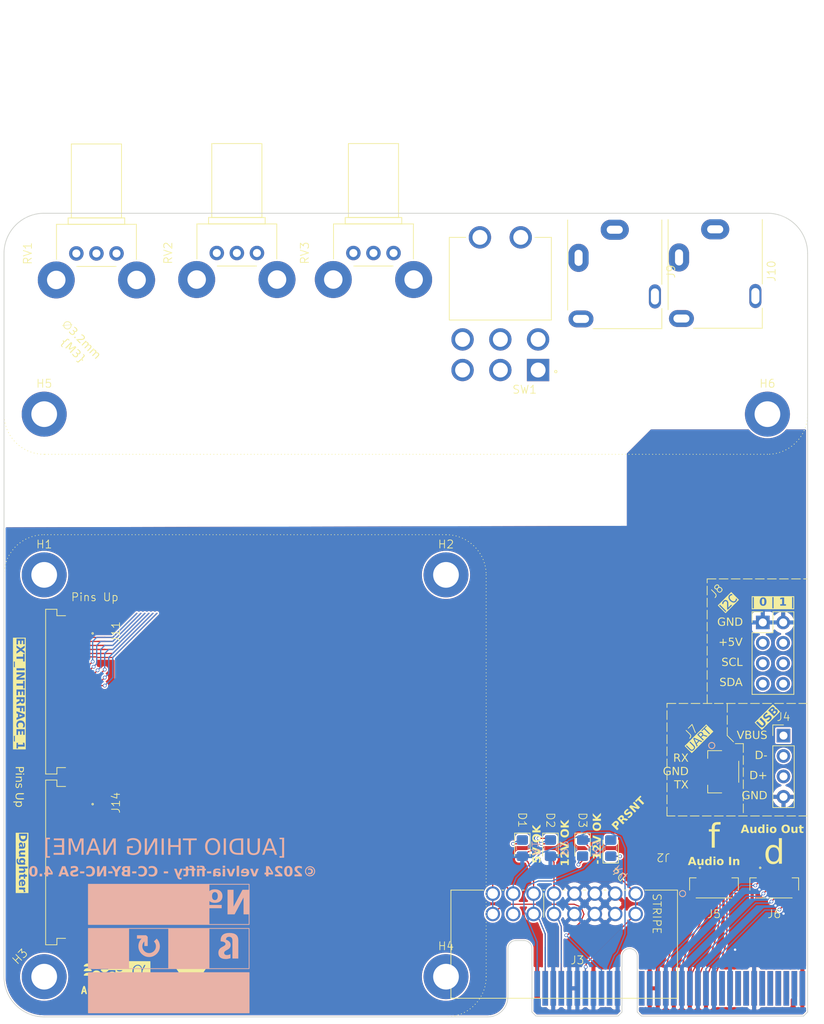
<source format=kicad_pcb>
(kicad_pcb (version 20240108) (generator "pcbnew") (generator_version "8.0")
  (layers (0 "F.Cu" signal) (31 "B.Cu" signal) (34 "B.Paste" user) (35 "F.Paste" user) (36 "B.SilkS" user "B.Silkscreen") (37 "F.SilkS" user "F.Silkscreen") (38 "B.Mask" user) (39 "F.Mask" user) (44 "Edge.Cuts" user))
  (net 0 "")
  (net 1 "GND")
  (net 2 "+5V")
  (net 3 "+12V")
  (net 4 "-12V")
  (net 5 "Net-(D4-K)")
  (net 6 "Net-(D4-A)")
  (net 7 "Net-(D1-K)")
  (net 8 "Net-(D3-A)")
  (net 9 "/Bus/CON_GATE")
  (net 10 "/Bus/CON_CV")
  (net 16 "Net-(J3-PRSNT_A)")
  (net 23 "/Bus/USB_D+")
  (net 24 "Net-(J3-Audio_In_B)")
  (net 25 "Net-(J3-Audio_Out_D)")
  (net 26 "Net-(J3-Audio_In_D)")
  (net 27 "Net-(J3-Audio_Out_B)")
  (net 28 "Net-(J3-USB_D-)")
  (net 29 "Net-(J3-Audio_Out_A)")
  (net 30 "Net-(J3-Audio_In_A)")
  (net 31 "Net-(J3-Audio_In_C)")
  (net 32 "Net-(J3-USB_5V)")
  (net 33 "Net-(J3-Audio_Out_C)")
  (net 34 "/Bus/I2C1_SDA")
  (net 35 "/Bus/I2C1_SCL")
  (net 36 "Net-(J3-UART_RX)")
  (net 37 "Net-(J3-UART_TX)")
  (net 40 "/Bus/I2C0_SDA")
  (net 42 "/Bus/I2C0_SCL")
  (net 43 "Net-(D2-K)")
  (net 62 "/EXT_JACK_T_5")
  (net 63 "/EXT_JACK_R_8")
  (net 64 "/EXT_JACK_R_7")
  (net 65 "/EXT_JACK_R_2")
  (net 66 "/EXT_JACK_TN_3")
  (net 67 "/EXT_JACK_TN_6")
  (net 68 "/EXT_JACK_TN_1")
  (net 69 "/EXT_JACK_T_6")
  (net 70 "/EXT_JACK_T_2")
  (net 71 "/EXT_JACK_T_4")
  (net 72 "/EXT_JACK_R_5")
  (net 73 "/EXT_JACK_T_7")
  (net 74 "/EXT_JACK_TN_8")
  (net 75 "/EXT_JACK_R_6")
  (net 76 "/EXT_JACK_TN_5")
  (net 77 "/EXT_JACK_TN_4")
  (net 78 "/EXT_JACK_R_4")
  (net 79 "/EXT_JACK_T_3")
  (net 80 "/EXT_JACK_TN_7")
  (net 81 "/EXT_JACK_R_3")
  (net 82 "/EXT_JACK_T_8")
  (net 83 "/EXT_JACK_TN_2")
  (net 84 "/EXT_JACK_R_1")
  (net 85 "/EXT_JACK_T_1")
  (net 86 "/DB PIN 2")
  (net 87 "/DB PIN 26")
  (net 88 "/DB PIN 23")
  (net 89 "/DB PIN 13")
  (net 90 "/DB PIN 16")
  (net 91 "/DB PIN 3")
  (net 92 "/DB PIN 8")
  (net 93 "/DB PIN 19")
  (net 94 "/DB PIN 30")
  (net 95 "/DB PIN 1")
  (net 96 "/DB PIN 20")
  (net 97 "/DB PIN 17")
  (net 98 "/DB PIN 5")
  (net 99 "/DB PIN 12")
  (net 100 "/DB PIN 10")
  (net 101 "/DB PIN 29")
  (net 102 "/DB PIN 14")
  (net 103 "/DB PIN 28")
  (net 104 "/DB PIN 7")
  (net 105 "/DB PIN 21")
  (net 106 "/DB PIN 11")
  (net 107 "/DB PIN 4")
  (net 108 "/DB PIN 27")
  (net 109 "/DB PIN 24")
  (net 110 "/DB PIN 15")
  (net 111 "/DB PIN 22")
  (net 112 "/DB PIN 9")
  (net 113 "/DB PIN 18")
  (net 114 "/DB PIN 25")
  (net 115 "/DB PIN 6")
  (footprint "Connector_Audio:Jack_3.5mm_CUI_SJ1-3514N_Horizontal" (layer "F.Cu") (at 213.2625 47.85 -90)
    (property "Reference" "J10")
    (property "Value" "Stereo Jack - THT")
  )
  (footprint "AT-Footprints:AMPHENOL_F33B-1A7Q1-E8C08" (layer "F.Cu") (at 220.6125 130.05)
    (property "Reference" "J6")
    (property "Value" "Audio Out")
  )
  (footprint "Connector_PCBEdge:BUS_PCIexpress_x4" (layer "F.Cu") (at 191.1125 142.3)
    (property "Reference" "J3")
    (property "Value" "~" (hide yes))
    (fp_line (start -0.65 -4.95) (end -0.65 2.95) (stroke (width 0.1)) (layer "Edge.Cuts"))
    (fp_line (start -0.65 2.95) (end -0.15 3.45) (stroke (width 0.1)) (layer "Edge.Cuts"))
    (fp_line (start -0.15 3.45) (end 10.05 3.45) (stroke (width 0.1)) (layer "Edge.Cuts"))
    (fp_line (start 10.55 -4) (end 10.55 2.95) (stroke (width 0.1)) (layer "Edge.Cuts"))
    (fp_line (start 10.55 2.95) (end 10.05 3.45) (stroke (width 0.1)) (layer "Edge.Cuts"))
    (fp_line (start 12.45 -4) (end 12.45 2.95) (stroke (width 0.1)) (layer "Edge.Cuts"))
    (fp_line (start 12.45 2.95) (end 12.95 3.45) (stroke (width 0.1)) (layer "Edge.Cuts"))
    (fp_line (start 12.95 3.45) (end 33.15 3.45) (stroke (width 0.1)) (layer "Edge.Cuts"))
    (fp_line (start 33.65 -4.95) (end 33.65 2.95) (stroke (width 0.1)) (layer "Edge.Cuts"))
    (fp_line (start 33.65 2.95) (end 33.15 3.45) (stroke (width 0.1)) (layer "Edge.Cuts"))
    (fp_arc (start 10.55 -4) (mid 11.5 -4.95) (end 12.45 -4) (stroke (width 0.1)) (layer "Edge.Cuts"))
  )
  (footprint "Symbol:OSHW-Logo2_7.3x6mm_SilkScreen" (layer "F.Cu") (at 148.0431 141.630501)
    (property "Reference" "REF**" (hide yes))
    (property "Value" "OSHW-Logo2_7.3x6mm_SilkScreen" (hide yes))
  )
  (footprint "Potentiometer_THT:Potentiometer_Bourns_PTV09A-2_Single_Horizontal" (layer "F.Cu") (at 156.2375 50.8 90)
    (property "Reference" "RV2")
    (property "Value" "PTV09 Pot HZ")
  )
  (footprint "AT-Footprints:AMPHENOL_SFV30R-4STE1HLF - FFC - 30 RA" (layer "F.Cu") (at 132.0431 105.380501 -90)
    (property "Reference" "J11")
    (property "Value" "EXT_INTERFACE_1")
  )
  (footprint "LED_SMD:LED_0805_2012Metric_Pad1.15x1.40mm_HandSolder" (layer "F.Cu") (at 189.2625 124.85 -90)
    (property "Reference" "D1")
    (property "Value" "5V OK")
  )
  (footprint "LED_SMD:LED_0805_2012Metric_Pad1.15x1.40mm_HandSolder" (layer "F.Cu") (at 196.7625 124.85 -90)
    (property "Reference" "D3")
    (property "Value" "-12V OK")
  )
  (footprint "Connector_Audio:Jack_3.5mm_CUI_SJ1-3514N_Horizontal" (layer "F.Cu") (at 200.7625 47.9 -90)
    (property "Reference" "J9")
    (property "Value" "Stereo Jack - THT")
  )
  (footprint "LED_SMD:LED_0805_2012Metric_Pad1.15x1.40mm_HandSolder" (layer "F.Cu") (at 200.2625 124.85 90)
    (property "Reference" "D4")
    (property "Value" "PRSNT")
  )
  (footprint "Connector_PinHeader_2.54mm:PinHeader_1x04_P2.54mm_Vertical" (layer "F.Cu") (at 221.7625 110.85)
    (property "Reference" "J4")
    (property "Value" "USB")
  )
  (footprint "MountingHole:MountingHole_3.2mm_M3_DIN965_Pad" (layer "F.Cu") (at 219.7625 70.85)
    (property "Reference" "H6")
    (property "Value" "M3")
  )
  (footprint "MountingHole:MountingHole_3.2mm_M3_DIN965_Pad" (layer "F.Cu") (at 129.7625 90.85)
    (property "Reference" "H1")
    (property "Value" "M3")
  )
  (footprint "AT-Footprints:AMPHENOL_SFV30R-4STE1HLF - FFC - 30 RA" (layer "F.Cu") (at 132.0431 126.630501 -90)
    (property "Reference" "J14")
    (property "Value" "Daughter")
  )
  (footprint "AT-Footprints:at-logo" (layer "F.Cu") (at 138.918236 138.580441)
    (property "Reference" "G***" (hide yes))
    (property "Value" "LOGO" (hide yes))
  )
  (footprint "MountingHole:MountingHole_3.2mm_M3_DIN965_Pad" (layer "F.Cu") (at 129.7625 70.85)
    (property "Reference" "H5")
    (property "Value" "M3")
  )
  (footprint "Potentiometer_THT:Potentiometer_Bourns_PTV09A-2_Single_Horizontal" (layer "F.Cu") (at 173.2375 50.8 90)
    (property "Reference" "RV3")
    (property "Value" "PTV09 Pot HZ")
  )
  (footprint "LED_SMD:LED_0805_2012Metric_Pad1.15x1.40mm_HandSolder" (layer "F.Cu") (at 192.7625 124.85 -90)
    (property "Reference" "D2")
    (property "Value" "12V OK")
  )
  (footprint "MountingHole:MountingHole_3.2mm_M3_DIN965_Pad" (layer "F.Cu") (at 129.7625 140.85)
    (property "Reference" "H3")
    (property "Value" "M3")
  )
  (footprint "AT-Footprints:CONN_BM03B-SRSS-TBLFSN_JST" (layer "F.Cu") (at 214.2625 115.35 90)
    (property "Reference" "J7")
    (property "Value" "UART")
  )
  (footprint "AT-Footprints:DPDT Micro SW_1825138-7" (layer "F.Cu") (at 191.224 65.36 180)
    (property "Reference" "SW1")
    (property "Value" "Micro Toggle")
  )
  (footprint "MountingHole:MountingHole_3.2mm_M3_DIN965_Pad" (layer "F.Cu") (at 179.7625 140.85)
    (property "Reference" "H4")
    (property "Value" "M3")
  )
  (footprint "MountingHole:MountingHole_3.2mm_M3_DIN965_Pad" (layer "F.Cu") (at 179.7625 90.85)
    (property "Reference" "H2")
    (property "Value" "M3")
  )
  (footprint "Connector_PinHeader_2.54mm:PinHeader_2x04_P2.54mm_Vertical" (layer "F.Cu") (at 219.1825 96.77)
    (property "Reference" "J8")
    (property "Value" "I2C")
  )
  (footprint "Potentiometer_THT:Potentiometer_Bourns_PTV09A-2_Single_Horizontal" (layer "F.Cu") (at 138.7625 50.85 90)
    (property "Reference" "RV1")
    (property "Value" "PTV09 Pot HZ")
  )
  (footprint "AT-Footprints:AMPHENOL_F33B-1A7Q1-E8C08" (layer "F.Cu") (at 213.1125 130.05)
    (property "Reference" "J5")
    (property "Value" "Audio In")
  )
  (footprint "AT-Footprints:EURORACK Right Angle" (layer "F.Cu") (at 203.3625 130.51 180)
    (property "Reference" "J2")
    (property "Value" "OPT EURO")
  )
  (footprint "Resistor_SMD:R_0805_2012Metric_Pad1.20x1.40mm_HandSolder" (layer "B.Cu") (at 200.2625 124.85 -90)
    (property "Reference" "R4")
    (property "Value" "150")
  )
  (footprint "Resistor_SMD:R_0805_2012Metric_Pad1.20x1.40mm_HandSolder" (layer "B.Cu") (at 189.2625 124.85 90)
    (property "Reference" "R1")
    (property "Value" "150")
  )
  (footprint "Resistor_SMD:R_0805_2012Metric_Pad1.20x1.40mm_HandSolder" (layer "B.Cu") (at 196.7625 124.85 90)
    (property "Reference" "R3")
    (property "Value" "500")
  )
  (footprint "Resistor_SMD:R_0805_2012Metric_Pad1.20x1.40mm_HandSolder" (layer "B.Cu") (at 192.7625 124.85 90)
    (property "Reference" "R2")
    (property "Value" "500")
  )
  (gr_rect (start 135.2625 134.85) (end 140.2625 139.85) (stroke (width 0.1)) (fill solid) (layer "B.SilkS"))
  (gr_poly (pts (xy 150.2625 129.35) (xy 155.2625 129.35) (xy 155.2625 134.35) (xy 150.2625 134.350001)) (stroke (width 0.1)) (fill none) (layer "B.SilkS"))
  (gr_rect (start 140.2625 134.85) (end 145.2625 139.85) (stroke (width 0.1)) (fill none) (layer "B.SilkS"))
  (gr_rect (start 150.2625 134.85) (end 155.2625 139.85) (stroke (width 0.1)) (fill none) (layer "B.SilkS"))
  (gr_poly (pts (xy 135.2625 129.35) (xy 150.2625 129.35) (xy 150.2625 134.350001) (xy 135.2625 134.35)) (stroke (width 0.1)) (fill solid) (layer "B.SilkS"))
  (gr_rect (start 145.2625 134.85) (end 150.2625 139.85) (stroke (width 0.1)) (fill solid) (layer "B.SilkS"))
  (gr_rect (start 135.2625 140.35) (end 155.2625 145.35) (stroke (width 0.1)) (fill solid) (layer "B.SilkS"))
  (gr_arc (start 179.7625 85.85) (mid 183.298034 87.314466) (end 184.7625 90.85) (stroke (width 0.1) (type dot)) (layer "F.SilkS"))
  (gr_line (start 219.7625 75.85) (end 129.7625 75.85) (stroke (width 0.1) (type dot)) (layer "F.SilkS"))
  (gr_line (start 215.7625 111.85) (end 216.7625 111.85) (stroke (width 0.1) (type dash)) (layer "F.SilkS"))
  (gr_arc (start 224.7625 70.85) (mid 223.298034 74.385534) (end 219.7625 75.85) (stroke (width 0.1) (type dot)) (layer "F.SilkS"))
  (gr_line (start 207.2625 106.85) (end 212.9191 106.85) (stroke (width 0.1) (type dash)) (layer "F.SilkS"))
  (gr_line (start 214.7625 106.85) (end 214.7625 110.85) (stroke (width 0.1) (type dash)) (layer "F.SilkS"))
  (gr_line (start 179.7625 85.85) (end 129.7625 85.85) (stroke (width 0.1) (type dot)) (layer "F.SilkS"))
  (gr_line (start 212.2625 91.35) (end 224.7625 91.35) (stroke (width 0.1) (type dash)) (layer "F.SilkS"))
  (gr_line (start 212.2625 106.85) (end 212.2625 91.35) (stroke (width 0.1) (type dash)) (layer "F.SilkS"))
  (gr_line (start 216.7625 111.85) (end 216.7625 120.85) (stroke (width 0.1) (type dash)) (layer "F.SilkS"))
  (gr_arc (start 124.7625 90.85) (mid 126.226966 87.314466) (end 129.7625 85.85) (stroke (width 0.1) (type dot)) (layer "F.SilkS"))
  (gr_line (start 214.7625 110.85) (end 215.7625 111.85) (stroke (width 0.1) (type dash)) (layer "F.SilkS"))
  (gr_arc (start 129.7625 75.85) (mid 126.226966 74.385534) (end 124.7625 70.85) (stroke (width 0.1) (type dot)) (layer "F.SilkS"))
  (gr_arc (start 184.7625 140.85) (mid 183.298034 144.385534) (end 179.7625 145.85) (stroke (width 0.1) (type dot)) (layer "F.SilkS"))
  (gr_line (start 184.7625 90.85) (end 184.7625 140.85) (stroke (width 0.1) (type dot)) (layer "F.SilkS"))
  (gr_line (start 224.7625 106.85) (end 212.9191 106.85) (stroke (width 0.1) (type dash)) (layer "F.SilkS"))
  (gr_line (start 224.7625 120.85) (end 207.2625 120.85) (stroke (width 0.1) (type dash)) (layer "F.SilkS"))
  (gr_line (start 207.2625 120.85) (end 207.2625 106.85) (stroke (width 0.1) (type dash)) (layer "F.SilkS"))
  (gr_line (start 184.9625 145.85) (end 129.7625 145.85) (stroke (width 0.1)) (layer "Edge.Cuts"))
  (gr_line (start 188.4625 136.35) (end 189.4625 136.35) (stroke (width 0.1)) (layer "Edge.Cuts"))
  (gr_line (start 219.7625 45.85) (end 129.7625 45.85) (stroke (width 0.1)) (layer "Edge.Cuts"))
  (gr_line (start 224.7625 137.35) (end 224.7625 50.85) (stroke (width 0.1)) (layer "Edge.Cuts"))
  (gr_arc (start 187.4625 143.35) (mid 186.730267 145.117767) (end 184.9625 145.85) (stroke (width 0.1)) (layer "Edge.Cuts"))
  (gr_line (start 124.7625 140.85) (end 124.7625 50.85) (stroke (width 0.1)) (layer "Edge.Cuts"))
  (gr_arc (start 189.4625 136.35) (mid 190.169607 136.642893) (end 190.4625 137.35) (stroke (width 0.1)) (layer "Edge.Cuts"))
  (gr_arc (start 219.7625 45.85) (mid 223.298034 47.314466) (end 224.7625 50.85) (stroke (width 0.1)) (layer "Edge.Cuts"))
  (gr_arc (start 124.7625 50.85) (mid 126.226966 47.314466) (end 129.7625 45.85) (stroke (width 0.1)) (layer "Edge.Cuts"))
  (gr_arc (start 129.7625 145.85) (mid 126.226966 144.385534) (end 124.7625 140.85) (stroke (width 0.1)) (layer "Edge.Cuts"))
  (gr_line (start 187.4625 143.35) (end 187.4625 137.35) (stroke (width 0.1)) (layer "Edge.Cuts"))
  (gr_arc (start 187.4625 137.35) (mid 187.755393 136.642893) (end 188.4625 136.35) (stroke (width 0.1)) (layer "Edge.Cuts"))
  (gr_text "Nº" (at 152.7625 131.85 0) (layer "B.SilkS") (effects (font (size 3 3) (thickness 0.3) (bold yes)) (justify mirror)))
  (gr_text "\n\n" (at 153.7625 135.85 0) (layer "B.SilkS") (effects (font (size 1 1) (thickness 0.1)) (justify left bottom mirror)))
  (gr_text "©2024 velvia-fifty - CC-BY-NC-SA 4.0" (at 145.7625 127.85 0) (layer "B.SilkS") (effects (font (size 1.25 1.25) (thickness 0.25) (bold yes)) (justify mirror)))
  (gr_text "↺" (at 142.7625 137.35 0) (layer "B.SilkS") (effects (font (size 3 3) (thickness 0.3) (bold yes)) (justify mirror)))
  (gr_text "ß" (at 152.7625 137.35 0) (layer "B.SilkS") (effects (font (size 3 3) (thickness 0.3) (bold yes)) (justify mirror)))
  (gr_text "[AUDIO THING NAME]" (at 144.7625 124.85 0) (layer "B.SilkS") (effects (font (size 2 2) (thickness 0.1)) (justify mirror)))
  (gr_text "D-" (at 219.7625 113.35 0) (layer "F.SilkS") (effects (font (size 1 1) (thickness 0.1)) (justify right)))
  (gr_text "| 0 | 1 |" (at 220.4525 94.27 0) (layer "F.SilkS" knockout) (effects (font (size 1 1) (thickness 0.2) (bold yes))))
  (gr_text "GND" (at 219.7625 118.35 0) (layer "F.SilkS") (effects (font (size 1 1) (thickness 0.1)) (justify right)))
  (gr_text "SDA" (at 216.6825 104.27 0) (layer "F.SilkS") (effects (font (size 1 1) (thickness 0.1)) (justify right)))
  (gr_text "GND" (at 209.9591 115.35 0) (layer "F.SilkS") (effects (font (size 1 1) (thickness 0.1)) (justify right)))
  (gr_text "VBUS" (at 219.7625 110.85 0) (layer "F.SilkS") (effects (font (size 1 1) (thickness 0.1)) (justify right)))
  (gr_text "RX" (at 209.9591 113.687059 0) (layer "F.SilkS") (effects (font (size 1 1) (thickness 0.1)) (justify right)))
  (gr_text "SCL" (at 216.6825 101.77 0) (layer "F.SilkS") (effects (font (size 1 1) (thickness 0.1)) (justify right)))
  (gr_text "∅3.2mm \n{M3}" (at 133.9191 62.35 315) (layer "F.SilkS") (effects (font (size 1 1) (thickness 0.1875))))
  (gr_text "+5V" (at 216.6825 99.27 0) (layer "F.SilkS") (effects (font (size 1 1) (thickness 0.1)) (justify right)))
  (gr_text "TX" (at 209.9591 117.012941 0) (layer "F.SilkS") (effects (font (size 1 1) (thickness 0.1)) (justify right)))
  (gr_text "d" (at 220.6125 125.55 0) (layer "F.SilkS") (effects (font (size 3 3) (thickness 0.1875))))
  (gr_text "GND" (at 216.7225 96.77 0) (layer "F.SilkS") (effects (font (size 1 1) (thickness 0.1)) (justify right)))
  (gr_text "f" (at 213.1125 123.55 0) (layer "F.SilkS") (effects (font (size 3 3) (thickness 0.1875))))
  (gr_text "D+" (at 219.7625 115.85 0) (layer "F.SilkS") (effects (font (size 1 1) (thickness 0.1)) (justify right)))
  (segment (start 214.362 124.11) (end 210.138 119.886) (width 0.1524) (layer "F.Cu") (net 1))
  (segment (start 206.112 142.3) (end 206.112 140.058) (width 0.1524) (layer "F.Cu") (net 1))
  (segment (start 134.7431 105.630001) (end 134.6931 105.63) (width 0.1524) (layer "F.Cu") (net 1))
  (segment (start 179.569 122) (end 170.419 112.85) (width 0.1524) (layer "F.Cu") (net 1))
  (segment (start 220.362 128.3) (end 220.362 129.35) (width 0.1524) (layer "F.Cu") (net 1))
  (segment (start 210.914 130.863) (end 211.124 130.47) (width 0.1524) (layer "F.Cu") (net 1))
  (segment (start 208.269 139.053) (end 208.734 137.522) (width 0.1524) (layer "F.Cu") (net 1))
  (segment (start 213.554 137.982) (end 213.924 136.763) (width 0.1524) (layer "F.Cu") (net 1))
  (segment (start 134.932101 101.63) (end 133.9541 101.63) (width 0.1524) (layer "F.Cu") (net 1))
  (segment (start 215.582 120.825) (end 211.405 116.648) (width 0.1524) (layer "F.Cu") (net 1))
  (segment (start 213.362 129.248) (end 213.362 129.059) (width 0.1524) (layer "F.Cu") (net 1))
  (segment (start 214.362 128.98) (end 214.362 128.406) (width 0.1524) (layer "F.Cu") (net 1))
  (segment (start 133.9541 101.63) (end 133.9241 101.599999) (width 0.1524) (layer "F.Cu") (net 1))
  (segment (start 218.058 122.795) (end 215.554 122.795) (width 0.1524) (layer "F.Cu") (net 1))
  (segment (start 215.554 122.795) (end 210.883 118.124) (width 0.1524) (layer "F.Cu") (net 1))
  (segment (start 207.211 135.941) (end 208.81 133.547) (width 0.1524) (layer "F.Cu") (net 1))
  (segment (start 220.362 129.35) (end 220.362 128.3) (width 0.1524) (layer "F.Cu") (net 1))
  (segment (start 215.761 122) (end 211.18 117.419) (width 0.1524) (layer "F.Cu") (net 1))
  (segment (start 211.899 131.867) (end 212.245 130.724) (width 0.1524) (layer "F.Cu") (net 1))
  (segment (start 209.262 122) (end 179.569 122) (width 0.1524) (layer "F.Cu") (net 1))
  (segment (start 210.138 119.886) (end 180.455 119.886) (width 0.1524) (layer "F.Cu") (net 1))
  (segment (start 211.253 130.043) (end 211.343 129.594) (width 0.1524) (layer "F.Cu") (net 1))
  (segment (start 210.112 142.11) (end 210.112 142.148) (width 0.1524) (layer "F.Cu") (net 1))
  (segment (start 213.45 138.233) (end 213.554 137.982) (width 0.1524) (layer "F.Cu") (net 1))
  (segment (start 211.028 133.544) (end 211.809 132.082) (width 0.1524) (layer "F.Cu") (net 1))
  (segment (start 190.449 118.124) (end 187.01 114.684) (width 0.1524) (layer "F.Cu") (net 1))
  (segment (start 214.362 128.385) (end 214.362 124.11) (width 0.1524) (layer "F.Cu") (net 1))
  (segment (start 190.741 117.419) (end 187.714 114.392) (width 0.1524) (layer "F.Cu") (net 1))
  (segment (start 214.08 135.978) (end 214.361 133.124) (width 0.1524) (layer "F.Cu") (net 1))
  (segment (start 210.112 141.466) (end 210.127 141.315) (width 0.1524) (layer "F.Cu") (net 1))
  (segment (start 179.864 121.295) (end 170.419 111.85) (width 0.1524) (layer "F.Cu") (net 1))
  (segment (start 212.362 129.983) (end 212.362 128.624) (width 0.1524) (layer "F.Cu") (net 1))
  (segment (start 220.362 129.35) (end 220.362 130.115) (width 0.1524) (layer "F.Cu") (net 1))
  (segment (start 212.362 128.624) (end 212.362 128.623) (width 0.1524) (layer "F.Cu") (net 1))
  (segment (start 210.17 141.098) (end 210.342 140.531) (width 0.1524) (layer "F.Cu") (net 1))
  (segment (start 212.112 142.3) (end 212.112 141.618) (width 0.1524) (layer "F.Cu") (net 1))
  (segment (start 212.362 124.103) (end 209.554 121.295) (width 0.1524) (layer "F.Cu") (net 1))
  (segment (start 208.734 137.522) (end 208.953 136.993) (width 0.1524) (layer "F.Cu") (net 1))
  (segment (start 213.362 132.472) (end 213.362 129.248) (width 0.1524) (layer "F.Cu") (net 1))
  (segment (start 212.245 130.724) (end 212.332 130.286) (width 0.1524) (layer "F.Cu") (net 1))
  (segment (start 134.1981 98.130001) (end 134.4431 98.130001) (width 0.1524) (layer "F.Cu") (net 1))
  (segment (start 134.7491 105.130001) (end 134.7181 105.130001) (width 0.1524) (layer "F.Cu") (net 1))
  (segment (start 211.362 128.55) (end 211.362 128.5) (width 0.1524) (layer "F.Cu") (net 1))
  (segment (start 206.258 138.578) (end 206.387 137.927) (width 0.1524) (layer "F.Cu") (net 1))
  (segment (start 134.1371 98.13) (end 134.1981 98.130001) (width 0.1524) (layer "F.Cu") (net 1))
  (segment (start 219.362 128.3) (end 219.362 125.1) (width 0.1524) (layer "F.Cu") (net 1))
  (segment (start 187.01 114.684) (end 187.01 107.44) (width 0.1524) (layer "F.Cu") (net 1))
  (segment (start 133.9241 101.599999) (end 133.7311 101.6) (width 0.1524) (layer "F.Cu") (net 1))
  (segment (start 216.408 121.295) (end 215.938 120.825) (width 0.1524) (layer "F.Cu") (net 1))
  (segment (start 211.18 117.419) (end 190.741 117.419) (width 0.1524) (layer "F.Cu") (net 1))
  (segment (start 220.289 125.026) (end 218.058 122.795) (width 0.1524) (layer "F.Cu") (net 1))
  (segment (start 213.362 124.107) (end 209.846 120.59) (width 0.1524) (layer "F.Cu") (net 1))
  (segment (start 222.362 125.1) (end 218.558 121.295) (width 0.1524) (layer "F.Cu") (net 1))
  (segment (start 134.4431 112.63) (end 134.9321 112.63) (width 0.1524) (layer "F.Cu") (net 1))
  (segment (start 212.362 128.623) (end 212.362 128.606) (width 0.1524) (layer "F.Cu") (net 1))
  (segment (start 219.362 128.85) (end 219.362 128.3) (width 0.1524) (layer "F.Cu") (net 1))
  (segment (start 222.362 128.3) (end 222.362 129.3) (width 0.1524) (layer "F.Cu") (net 1))
  (segment (start 134.1371 98.13) (end 134.1981 98.130001) (width 0.1524) (layer "F.Cu") (net 1))
  (segment (start 134.6931 105.63) (end 134.6431 105.63) (width 0.1524) (layer "F.Cu") (net 1))
  (segment (start 219.362 128.85) (end 219.362 129.4) (width 0.1524) (layer "F.Cu") (net 1))
  (segment (start 211.405 116.648) (end 190.967 116.648) (width 0.1524) (layer "F.Cu") (net 1))
  (segment (start 187.01 107.44) (end 186.419 106.85) (width 0.1524) (layer "F.Cu") (net 1))
  (segment (start 209.646 132.528) (end 210.483 131.508) (width 0.1524) (layer "F.Cu") (net 1))
  (segment (start 211.362 128.55) (end 211.362 128.5) (width 0.1524) (layer "F.Cu") (net 1))
  (segment (start 188.419 114.1) (end 188.419 108.1) (width 0.1524) (layer "F.Cu") (net 1))
  (segment (start 219.362 125.1) (end 217.762 123.5) (width 0.1524) (layer "F.Cu") (net 1))
  (segment (start 212.985 134.748) (end 213.288 133.223) (width 0.1524) (layer "F.Cu") (net 1))
  (segment (start 215.738 137.49) (end 217.272 137.49) (width 0.1524) (layer "F.Cu") (net 1))
  (segment (start 186.305 114.976) (end 186.305 108.236) (width 0.1524) (layer "F.Cu") (net 1))
  (segment (start 212.758 139.529) (end 213.45 138.233) (width 0.1524) (layer "F.Cu") (net 1))
  (segment (start 134.7181 105.130001) (end 134.688101 105.130001) (width 0.1524) (layer "F.Cu") (net 1))
  (segment (start 208.112 140.764) (end 208.112 141.071) (width 0.1524) (layer "F.Cu") (net 1))
  (segment (start 209.846 120.59) (end 180.16 120.59) (width 0.1524) (layer "F.Cu") (net 1))
  (segment (start 212.332 130.286) (end 212.362 129.983) (width 0.1524) (layer "F.Cu") (net 1))
  (segment (start 211.406 138.561) (end 212.384 136.732) (width 0.1524) (layer "F.Cu") (net 1))
  (segment (start 212.384 136.732) (end 212.985 134.748) (width 0.1524) (layer "F.Cu") (net 1))
  (segment (start 134.7491 105.130001) (end 134.7181 105.130001) (width 0.1524) (layer "F.Cu") (net 1))
  (segment (start 210.342 140.531) (end 210.491 140.17) (width 0.1524) (layer "F.Cu") (net 1))
  (segment (start 212.156 141.167) (end 212.17 141.098) (width 0.1524) (layer "F.Cu") (net 1))
  (segment (start 222.362 128.3) (end 222.362 125.1) (width 0.1524) (layer "F.Cu") (net 1))
  (segment (start 214.361 128.982) (end 214.362 128.98) (width 0.1524) (layer "F.Cu") (net 1))
  (segment (start 211.343 129.594) (end 211.362 129.396) (width 0.1524) (layer "F.Cu") (net 1))
  (segment (start 221.362 125.1) (end 218.262 122) (width 0.1524) (layer "F.Cu") (net 1))
  (segment (start 210.491 140.17) (end 211.137 138.963) (width 0.1524) (layer "F.Cu") (net 1))
  (segment (start 134.6431 105.63) (end 134.4431 105.630001) (width 0.1524) (layer "F.Cu") (net 1))
  (segment (start 208.81 133.547) (end 209.646 132.528) (width 0.1524) (layer "F.Cu") (net 1))
  (segment (start 180.455 119.886) (end 170.419 109.85) (width 0.1524) (layer "F.Cu") (net 1))
  (segment (start 210.483 131.508) (end 210.914 130.863) (width 0.1524) (layer "F.Cu") (net 1))
  (segment (start 220.289 130.189) (end 220.289 125.026) (width 0.1524) (layer "F.Cu") (net 1))
  (segment (start 210.591 118.828) (end 190.157 118.828) (width 0.1524) (layer "F.Cu") (net 1))
  (segment (start 133.709101 98.130001) (end 134.1371 98.13) (width 0.1524) (layer "F.Cu") (net 1))
  (segment (start 208.953 136.993) (end 209.867 135.282) (width 0.1524) (layer "F.Cu") (net 1))
  (segment (start 210.112 142.148) (end 210.112 142.11) (width 0.1524) (layer "F.Cu") (net 1))
  (segment (start 221.362 131.4) (end 220.762 132) (width 0.1524) (layer "F.Cu") (net 1))
  (segment (start 213.362 129.248) (end 213.362 129.059) (width 0.1524) (layer "F.Cu") (net 1))
  (segment (start 211.137 138.963) (end 211.406 138.561) (width 0.1524) (layer "F.Cu") (net 1))
  (segment (start 212.362 128.624) (end 212.362 128.623) (width 0.1524) (layer "F.Cu") (net 1))
  (segment (start 220.362 130.115) (end 220.289 130.189) (width 0.1524) (layer "F.Cu") (net 1))
  (segment (start 134.6931 105.63) (end 134.6431 105.63) (width 0.1524) (layer "F.Cu") (net 1))
  (segment (start 211.362 128.5) (end 211.362 124.1) (width 0.1524) (layer "F.Cu") (net 1))
  (segment (start 218.558 121.295) (end 216.408 121.295) (width 0.1524) (layer "F.Cu") (net 1))
  (segment (start 208.112 140.764) (end 208.112 141.071) (width 0.1524) (layer "F.Cu") (net 1))
  (segment (start 212.362 128.623) (end 212.362 128.606) (width 0.1524) (layer "F.Cu") (net 1))
  (segment (start 190.157 118.828) (end 186.305 114.976) (width 0.1524) (layer "F.Cu") (net 1))
  (segment (start 186.305 108.236) (end 185.624 107.555) (width 0.1524) (layer "F.Cu") (net 1))
  (segment (start 221.362 128.3) (end 221.362 129.85) (width 0.1524) (layer "F.Cu") (net 1))
  (segment (start 208.112 140.456) (end 208.232 139.239) (width 0.1524) (layer "F.Cu") (net 1))
  (segment (start 220.362 128.3) (end 220.362 129.35) (width 0.1524) (layer "F.Cu") (net 1))
  (segment (start 212.362 128.606) (end 212.362 124.103) (width 0.1524) (layer "F.Cu") (net 1))
  (segment (start 221.362 129.85) (end 221.362 128.3) (width 0.1524) (layer "F.Cu") (net 1))
  (segment (start 217.762 123.5) (end 215.262 123.5) (width 0.1524) (layer "F.Cu") (net 1))
  (segment (start 220.362 129.35) (end 220.362 130.115) (width 0.1524) (layer "F.Cu") (net 1))
  (segment (start 219.362 129.4) (end 218.762 130) (width 0.1524) (layer "F.Cu") (net 1))
  (segment (start 218.262 122) (end 215.761 122) (width 0.1524) (layer "F.Cu") (net 1))
  (segment (start 206.701 136.894) (end 207.211 135.941) (width 0.1524) (layer "F.Cu") (net 1))
  (segment (start 221.362 128.3) (end 221.362 125.1) (width 0.1524) (layer "F.Cu") (net 1))
  (segment (start 210.95 133.662) (end 211.028 133.544) (width 0.1524) (layer "F.Cu") (net 1))
  (segment (start 206.387 137.927) (end 206.701 136.894) (width 0.1524) (layer "F.Cu") (net 1))
  (segment (start 190.967 116.648) (end 188.419 114.1) (width 0.1524) (layer "F.Cu") (net 1))
  (segment (start 213.288 133.223) (end 213.362 132.472) (width 0.1524) (layer "F.Cu") (net 1))
  (segment (start 214.361 133.124) (end 214.361 128.982) (width 0.1524) (layer "F.Cu") (net 1))
  (segment (start 211.809 132.082) (end 211.899 131.867) (width 0.1524) (layer "F.Cu") (net 1))
  (segment (start 214.362 128.406) (end 214.362 128.385) (width 0.1524) (layer "F.Cu") (net 1))
  (segment (start 210.127 141.315) (end 210.17 141.098) (width 0.1524) (layer "F.Cu") (net 1))
  (segment (start 209.554 121.295) (end 179.864 121.295) (width 0.1524) (layer "F.Cu") (net 1))
  (segment (start 212.112 141.618) (end 212.156 141.167) (width 0.1524) (layer "F.Cu") (net 1))
  (segment (start 208.112 140.764) (end 208.112 140.456) (width 0.1524) (layer "F.Cu") (net 1))
  (segment (start 220.362 130.115) (end 220.362 130.4) (width 0.1524) (layer "F.Cu") (net 1))
  (segment (start 134.7181 105.130001) (end 134.688101 105.130001) (width 0.1524) (layer "F.Cu") (net 1))
  (segment (start 215.938 120.825) (end 215.582 120.825) (width 0.1524) (layer "F.Cu") (net 1))
  (segment (start 214.362 128.406) (end 214.362 128.385) (width 0.1524) (layer "F.Cu") (net 1))
  (segment (start 210.112 142.148) (end 210.112 142.3) (width 0.1524) (layer "F.Cu") (net 1))
  (segment (start 222.362 129.3) (end 222.362 132.4) (width 0.1524) (layer "F.Cu") (net 1))
  (segment (start 208.112 141.071) (end 208.112 142.3) (width 0.1524) (layer "F.Cu") (net 1))
  (segment (start 209.867 135.282) (end 210.95 133.662) (width 0.1524) (layer "F.Cu") (net 1))
  (segment (start 210.112 142.11) (end 210.112 141.466) (width 0.1524) (layer "F.Cu") (net 1))
  (segment (start 215.262 123.5) (end 210.591 118.828) (width 0.1524) (layer "F.Cu") (net 1))
  (segment (start 217.272 137.49) (end 221.762 133) (width 0.1524) (layer "F.Cu") (net 1))
  (segment (start 222.362 132.4) (end 221.762 133) (width 0.1524) (layer "F.Cu") (net 1))
  (segment (start 134.688101 105.130001) (end 134.4431 105.13) (width 0.1524) (layer "F.Cu") (net 1))
  (segment (start 213.362 129.059) (end 213.362 124.107) (width 0.1524) (layer "F.Cu") (net 1))
  (segment (start 220.362 130.4) (end 219.762 131) (width 0.1524) (layer "F.Cu") (net 1))
  (segment (start 212.342 140.531) (end 212.758 139.529) (width 0.1524) (layer "F.Cu") (net 1))
  (segment (start 210.883 118.124) (end 190.449 118.124) (width 0.1524) (layer "F.Cu") (net 1))
  (segment (start 211.124 130.47) (end 211.253 130.043) (width 0.1524) (layer "F.Cu") (net 1))
  (segment (start 211.362 129.396) (end 211.362 128.55) (width 0.1524) (layer "F.Cu") (net 1))
  (segment (start 222.362 129.3) (end 222.362 128.3) (width 0.1524) (layer "F.Cu") (net 1))
  (segment (start 134.8451 105.13) (end 134.7491 105.130001) (width 0.1524) (layer "F.Cu") (net 1))
  (segment (start 213.924 136.763) (end 214.08 135.978) (width 0.1524) (layer "F.Cu") (net 1))
  (segment (start 208.232 139.239) (end 208.269 139.053) (width 0.1524) (layer "F.Cu") (net 1))
  (segment (start 219.362 128.3) (end 219.362 128.85) (width 0.1524) (layer "F.Cu") (net 1))
  (segment (start 221.362 129.85) (end 221.362 131.4) (width 0.1524) (layer "F.Cu") (net 1))
  (segment (start 187.714 114.392) (end 187.714 107.645) (width 0.1524) (layer "F.Cu") (net 1))
  (segment (start 212.17 141.098) (end 212.342 140.531) (width 0.1524) (layer "F.Cu") (net 1))
  (segment (start 206.112 140.058) (end 206.258 138.578) (width 0.1524) (layer "F.Cu") (net 1))
  (segment (start 211.362 124.1) (end 209.262 122) (width 0.1524) (layer "F.Cu") (net 1))
  (segment (start 180.16 120.59) (end 170.419 110.85) (width 0.1524) (layer "F.Cu") (net 1))
  (via (at 220.762 132) (size 0.46) (drill 0.3) (layers "F.Cu" "B.Cu") (net 1))
  (via (at 219.762 131) (size 0.46) (drill 0.3) (layers "F.Cu" "B.Cu") (net 1))
  (via (at 221.762 133) (size 0.46) (drill 0.3) (layers "F.Cu" "B.Cu") (net 1))
  (via (at 218.762 130) (size 0.46) (drill 0.3) (layers "F.Cu" "B.Cu") (net 1))
  (via (at 215.738 137.49) (size 0.46) (drill 0.3) (layers "F.Cu" "B.Cu") (net 1))
  (segment (start 220.657 132.105) (end 220.762 132) (width 0.1524) (layer "B.Cu") (net 1))
  (segment (start 219.465 131.297) (end 219.762 131) (width 0.1524) (layer "B.Cu") (net 1))
  (segment (start 192.762 128.078) (end 192.762 125.85) (width 0.1524) (layer "B.Cu") (net 1))
  (segment (start 213.112 142.3) (end 213.112 139.872) (width 0.1524) (layer "B.Cu") (net 1))
  (segment (start 211.112 142.3) (end 211.112 139.872) (width 0.1524) (layer "B.Cu") (net 1))
  (segment (start 213.356 139.872) (end 215.738 137.49) (width 0.1524) (layer "B.Cu") (net 1))
  (segment (start 209.112 142.3) (end 209.112 139.872) (width 0.1524) (layer "B.Cu") (net 1))
  (segment (start 211.112 139.872) (end 218.879 132.105) (width 0.1524) (layer "B.Cu") (net 1))
  (segment (start 216.913 130.072) (end 218.69 130.072) (width 0.1524) (layer "B.Cu") (net 1))
  (segment (start 217.688 131.297) (end 219.465 131.297) (width 0.1524) (layer "B.Cu") (net 1))
  (segment (start 213.112 139.872) (end 213.356 139.872) (width 0.1524) (layer "B.Cu") (net 1))
  (segment (start 218.69 130.072) (end 218.762 130) (width 0.1524) (layer "B.Cu") (net 1))
  (segment (start 207.112 142.3) (end 207.112 139.872) (width 0.1524) (layer "B.Cu") (net 1))
  (segment (start 218.879 132.105) (end 220.657 132.105) (width 0.1524) (layer "B.Cu") (net 1))
  (segment (start 207.112 139.872) (end 216.913 130.072) (width 0.1524) (layer "B.Cu") (net 1))
  (segment (start 209.112 139.872) (end 217.688 131.297) (width 0.1524) (layer "B.Cu") (net 1))
  (segment (start 191.025 133.412) (end 191.388 133.775) (width 0.1524) (layer "F.Cu") (net 2))
  (segment (start 192.1125 142.3) (end 192.1125 139.2705) (width 0.1524) (layer "F.Cu") (net 2))
  (segment (start 191.0245 133.412) (end 190.6625 133.05) (width 0.1524) (layer "F.Cu") (net 2))
  (segment (start 190.662 128.265) (end 190.662 128.8265) (width 0.1524) (layer "F.Cu") (net 2))
  (segment (start 189.7 125.438) (end 190.755 125.001) (width 0.1524) (layer "F.Cu") (net 2))
  (segment (start 189.962 126.575) (end 190.662 128.265) (width 0.1524) (layer "F.Cu") (net 2))
  (segment (start 192.1125 139.2705) (end 192.112 139.27) (width 0.1524) (layer "F.Cu") (net 2))
  (segment (start 189.262 125.875) (end 189.2625 125.875) (width 0.1524) (layer "F.Cu") (net 2))
  (segment (start 190.662 128.8265) (end 190.662 129.388) (width 0.1524) (layer "F.Cu") (net 2))
  (segment (start 189.2625 125.875) (end 189.7 125.875) (width 0.1524) (layer "F.Cu") (net 2))
  (segment (start 192.112 135.525) (end 192.112 139.27) (width 0.1524) (layer "F.Cu") (net 2))
  (segment (start 190.662 128.8265) (end 190.6625 128.827) (width 0.1524) (layer "F.Cu") (net 2))
  (segment (start 189.7 125.875) (end 189.7 126.312) (width 0.1524) (layer "F.Cu") (net 2))
  (segment (start 189.7 126.312) (end 189.962 126.575) (width 0.1524) (layer "F.Cu") (net 2))
  (segment (start 190.6625 128.827) (end 190.6625 130.51) (width 0.1524) (layer "F.Cu") (net 2))
  (segment (start 191.025 133.412) (end 191.0245 133.412) (width 0.1524) (layer "F.Cu") (net 2))
  (segment (start 191.388 133.775) (end 192.112 135.525) (width 0.1524) (layer "F.Cu") (net 2))
  (segment (start 190.755 125.001) (end 191.664 125.001) (width 0.1524) (layer "F.Cu") (net 2))
  (segment (start 189.7 125.875) (end 189.7 125.438) (width 0.1524) (layer "F.Cu") (net 2))
  (segment (start 192.112 137.2185) (end 192.1125 137.219) (width 0.1524) (layer "B.Cu") (net 2))
  (segment (start 191.025 133.412) (end 191.388 133.775) (width 0.1524) (layer "B.Cu") (net 2))
  (segment (start 191.388 133.775) (end 192.112 135.525) (width 0.1524) (layer "B.Cu") (net 2))
  (segment (start 190.662 132.0759) (end 190.6625 132.0754) (width 0.1524) (layer "B.Cu") (net 2))
  (segment (start 192.112 135.525) (end 192.112 137.2185) (width 0.1524) (layer "B.Cu") (net 2))
  (segment (start 190.662 133.05) (end 190.662 132.0759) (width 0.1524) (layer "B.Cu") (net 2))
  (segment (start 190.8435 133.231) (end 190.6625 133.05) (width 0.1524) (layer "B.Cu") (net 2))
  (segment (start 192.112 137.2185) (end 192.112 138.912) (width 0.1524) (layer "B.Cu") (net 2))
  (segment (start 191.025 133.412) (end 190.8435 133.231) (width 0.1524) (layer "B.Cu") (net 2))
  (segment (start 190.6625 132.0754) (end 190.6625 130.51) (width 0.1524) (layer "B.Cu") (net 2))
  (segment (start 190.8435 133.231) (end 190.662 133.05) (width 0.1524) (layer "B.Cu") (net 2))
  (segment (start 190.662 132.0759) (end 190.662 131.78) (width 0.1524) (layer "B.Cu") (net 2))
  (segment (start 192.1125 137.219) (end 192.1125 142.3) (width 0.1524) (layer "B.Cu") (net 2))
  (segment (start 190.8435 133.231) (end 190.662 133.05) (width 0.1524) (layer "B.Cu") (net 2))
  (segment (start 191.025 133.412) (end 190.8435 133.231) (width 0.1524) (layer "B.Cu") (net 2))
  (segment (start 193.202 126.626) (end 193.202 127.519) (width 0.1524) (layer "F.Cu") (net 3))
  (segment (start 194.112 139.166) (end 194.1125 139.1665) (width 0.1524) (layer "F.Cu") (net 3))
  (segment (start 192.762 125.875) (end 192.762 125.8755) (width 0.1524) (layer "F.Cu") (net 3))
  (segment (start 192.762 125.8755) (end 192.7625 125.875) (width 0.1524) (layer "F.Cu") (net 3))
  (segment (start 193.202 129.461) (end 193.2025 129.4615) (width 0.1524) (layer "F.Cu") (net 3))
  (segment (start 193.2025 129.4615) (end 193.2025 130.51) (width 0.1524) (layer "F.Cu") (net 3))
  (segment (start 192.763 125.876) (end 192.982 126.095) (width 0.1524) (layer "F.Cu") (net 3))
  (segment (start 194.112 134.603) (end 193.657 133.505) (width 0.1524) (layer "F.Cu") (net 3))
  (segment (start 193.202 127.52) (end 193.202 128.412) (width 0.1524) (layer "F.Cu") (net 3))
  (segment (start 194.1125 139.1665) (end 194.1125 142.3) (width 0.1524) (layer "F.Cu") (net 3))
  (segment (start 192.762 125.876) (end 192.763 125.876) (width 0.1524) (layer "F.Cu") (net 3))
  (segment (start 192.982 126.095) (end 193.202 126.626) (width 0.1524) (layer "F.Cu") (net 3))
  (segment (start 194.112 139.166) (end 194.112 134.603) (width 0.1524) (layer "F.Cu") (net 3))
  (segment (start 193.2023 133.0502) (end 193.202 133.05) (width 0.1524) (layer "F.Cu") (net 3))
  (segment (start 193.202 127.519) (end 193.202 127.52) (width 0.1524) (layer "F.Cu") (net 3))
  (segment (start 193.202 127.519) (end 193.202 127.52) (width 0.1524) (layer "F.Cu") (net 3))
  (segment (start 193.657 133.505) (end 193.2023 133.0502) (width 0.1524) (layer "F.Cu") (net 3))
  (segment (start 193.202 128.412) (end 193.202 129.461) (width 0.1524) (layer "F.Cu") (net 3))
  (segment (start 193.202 129.461) (end 193.202 130.51) (width 0.1524) (layer "F.Cu") (net 3))
  (segment (start 193.2025 133.05) (end 193.2023 133.0502) (width 0.1524) (layer "F.Cu") (net 3))
  (segment (start 192.762 125.8755) (end 192.762 125.876) (width 0.1524) (layer "F.Cu") (net 3))
  (segment (start 194.112 142.3) (end 194.112 139.166) (width 0.1524) (layer "F.Cu") (net 3))
  (segment (start 193.202 127.52) (end 193.202 128.412) (width 0.1524) (layer "F.Cu") (net 3))
  (segment (start 194.112 137.6) (end 194.112 139.166) (width 0.1524) (layer "B.Cu") (net 3))
  (segment (start 193.202 132.415) (end 193.202 132.414) (width 0.1524) (layer "B.Cu") (net 3))
  (segment (start 193.202 131.145) (end 193.2025 131.1445) (width 0.1524) (layer "B.Cu") (net 3))
  (segment (start 193.202 132.7325) (end 193.202 132.415) (width 0.1524) (layer "B.Cu") (net 3))
  (segment (start 193.202 132.7325) (end 193.2025 132.733) (width 0.1524) (layer "B.Cu") (net 3))
  (segment (start 194.112 137.6) (end 194.112 139.166) (width 0.1524) (layer "B.Cu") (net 3))
  (segment (start 193.202 133.05) (end 193.202 132.7325) (width 0.1524) (layer "B.Cu") (net 3))
  (segment (start 193.657 133.505) (end 194.112 134.603) (width 0.1524) (layer "B.Cu") (net 3))
  (segment (start 193.203 133.0505) (end 193.203 133.051) (width 0.1524) (layer "B.Cu") (net 3))
  (segment (start 193.202 132.415) (end 193.202 132.414) (width 0.1524) (layer "B.Cu") (net 3))
  (segment (start 193.2025 131.1445) (end 193.2025 130.51) (width 0.1524) (layer "B.Cu") (net 3))
  (segment (start 193.2025 132.733) (end 193.2025 133.05) (width 0.1524) (layer "B.Cu") (net 3))
  (segment (start 194.112 140.733) (end 194.1125 140.7335) (width 0.1524) (layer "B.Cu") (net 3))
  (segment (start 194.112 140.733) (end 194.112 142.3) (width 0.1524) (layer "B.Cu") (net 3))
  (segment (start 194.1125 140.7335) (end 194.1125 142.3) (width 0.1524) (layer "B.Cu") (net 3))
  (segment (start 193.2025 133.05) (end 193.203 133.0505) (width 0.1524) (layer "B.Cu") (net 3))
  (segment (start 194.112 137.599) (end 194.112 137.6) (width 0.1524) (layer "B.Cu") (net 3))
  (segment (start 194.112 137.599) (end 194.112 137.6) (width 0.1524) (layer "B.Cu") (net 3))
  (segment (start 193.202 131.145) (end 193.202 130.51) (width 0.1524) (layer "B.Cu") (net 3))
  (segment (start 193.203 133.051) (end 193.657 133.505) (width 0.1524) (layer "B.Cu") (net 3))
  (segment (start 193.202 132.414) (end 193.202 131.78) (width 0.1524) (layer "B.Cu") (net 3))
  (segment (start 193.202 131.78) (end 193.202 131.145) (width 0.1524) (layer "B.Cu") (net 3))
  (segment (start 194.112 134.603) (end 194.112 137.599) (width 0.1524) (layer "B.Cu") (net 3))
  (segment (start 193.202 132.414) (end 193.202 131.78) (width 0.1524) (layer "B.Cu") (net 3))
  (segment (start 194.112 139.166) (end 194.112 140.733) (width 0.1524) (layer "B.Cu") (net 3))
  (segment (start 202.978 133.434) (end 202.593 133.819) (width 0.1524) (layer "F.Cu") (net 4))
  (segment (start 197.112 142.3) (end 197.112 140.9985) (width 0.1524) (layer "F.Cu") (net 4))
  (segment (start 196.762 123.8465) (end 196.7625 123.846) (width 0.1524) (layer "F.Cu") (net 4))
  (segment (start 196.7625 123.846) (end 196.7625 123.825) (width 0.1524) (layer "F.Cu") (net 4))
  (segment (start 196.762 123.878) (end 196.762 123.868) (width 0.1524) (layer "F.Cu") (net 4))
  (segment (start 203.17 130.318) (end 203.362 130.51) (width 0.1524) (layer "F.Cu") (net 4))
  (segment (start 203.362 133.05) (end 203.17 133.242) (width 0.1524) (layer "F.Cu") (net 4))
  (segment (start 197.149 139.448) (end 197.28 139.132) (width 0.1524) (layer "F.Cu") (net 4))
  (segment (start 197.1125 140.999) (end 197.1125 142.3) (width 0.1524) (layer "F.Cu") (net 4))
  (segment (start 197.112 139.697) (end 197.13 139.652) (width 0.1524) (layer "F.Cu") (net 4))
  (segment (start 202.978 130.126) (end 203.17 130.318) (width 0.1524) (layer "F.Cu") (net 4))
  (segment (start 202.594 133.819) (end 202.978 133.434) (width 0.1524) (layer "F.Cu") (net 4))
  (segment (start 196.762 123.868) (end 196.762 123.8465) (width 0.1524) (layer "F.Cu") (net 4))
  (segment (start 202.978 130.126) (end 202.593 129.741) (width 0.1524) (layer "F.Cu") (net 4))
  (segment (start 197.112 140.9985) (end 197.1125 140.999) (width 0.1524) (layer "F.Cu") (net 4))
  (segment (start 203.17 133.242) (end 202.978 133.434) (width 0.1524) (layer "F.Cu") (net 4))
  (segment (start 203.17 133.242) (end 203.1705 133.242) (width 0.1524) (layer "F.Cu") (net 4))
  (segment (start 197.28 139.132) (end 202.593 133.819) (width 0.1524) (layer "F.Cu") (net 4))
  (segment (start 202.593 133.819) (end 202.594 133.819) (width 0.1524) (layer "F.Cu") (net 4))
  (segment (start 203.17 130.318) (end 203.362 130.51) (width 0.1524) (layer "F.Cu") (net 4))
  (segment (start 196.762 123.8465) (end 196.762 123.825) (width 0.1524) (layer "F.Cu") (net 4))
  (segment (start 202.594 129.741) (end 202.978 130.126) (width 0.1524) (layer "F.Cu") (net 4))
  (segment (start 197.112 140.9985) (end 197.112 139.697) (width 0.1524) (layer "F.Cu") (net 4))
  (segment (start 196.777 123.925) (end 196.762 123.889) (width 0.1524) (layer "F.Cu") (net 4))
  (segment (start 203.17 133.242) (end 203.362 133.05) (width 0.1524) (layer "F.Cu") (net 4))
  (segment (start 202.593 129.741) (end 202.594 129.741) (width 0.1524) (layer "F.Cu") (net 4))
  (segment (start 202.978 133.434) (end 203.17 133.242) (width 0.1524) (layer "F.Cu") (net 4))
  (segment (start 196.762 123.889) (end 196.762 123.878) (width 0.1524) (layer "F.Cu") (net 4))
  (segment (start 197.13 139.652) (end 197.149 139.634) (width 0.1524) (layer "F.Cu") (net 4))
  (segment (start 203.17 130.318) (end 203.1705 130.318) (width 0.1524) (layer "F.Cu") (net 4))
  (segment (start 203.17 130.318) (end 202.978 130.126) (width 0.1524) (layer "F.Cu") (net 4))
  (segment (start 203.1705 133.242) (end 203.3625 133.05) (width 0.1524) (layer "F.Cu") (net 4))
  (segment (start 197.149 139.634) (end 197.149 139.448) (width 0.1524) (layer "F.Cu") (net 4))
  (segment (start 196.762 123.878) (end 196.762 123.868) (width 0.1524) (layer "F.Cu") (net 4))
  (segment (start 202.978 133.434) (end 203.17 133.242) (width 0.1524) (layer "F.Cu") (net 4))
  (segment (start 203.17 133.242) (end 203.362 133.05) (width 0.1524) (layer "F.Cu") (net 4))
  (segment (start 202.978 130.126) (end 203.17 130.318) (width 0.1524) (layer "F.Cu") (net 4))
  (segment (start 202.593 129.741) (end 196.777 123.925) (width 0.1524) (layer "F.Cu") (net 4))
  (segment (start 203.1705 130.318) (end 203.3625 130.51) (width 0.1524) (layer "F.Cu") (net 4))
  (segment (start 203.362 130.51) (end 203.17 130.318) (width 0.1524) (layer "F.Cu") (net 4))
  (via (at 197.149 139.634) (size 0.46) (drill 0.3) (layers "F.Cu" "B.Cu") (net 4))
  (segment (start 197.149 139.634) (end 197.13 139.652) (width 0.1524) (layer "B.Cu") (net 4))
  (segment (start 203.3625 130.51) (end 203.362 130.51) (width 0.1524) (layer "B.Cu") (net 4))
  (segment (start 197.13 139.652) (end 197.112 139.697) (width 0.1524) (layer "B.Cu") (net 4))
  (segment (start 197.112 140.342) (end 197.112 140.985) (width 0.1524) (layer "B.Cu") (net 4))
  (segment (start 197.112 140.985) (end 197.112 141.6425) (width 0.1524) (layer "B.Cu") (net 4))
  (segment (start 203.362 133.05) (end 203.362 131.78) (width 0.1524) (layer "B.Cu") (net 4))
  (segment (start 197.112 141.6425) (end 197.1125 141.643) (width 0.1524) (layer "B.Cu") (net 4))
  (segment (start 197.112 141.6425) (end 197.112 142.3) (width 0.1524) (layer "B.Cu") (net 4))
  (segment (start 203.362 131.78) (end 203.3625 131.7805) (width 0.1524) (layer "B.Cu") (net 4))
  (segment (start 197.1125 141.643) (end 197.1125 142.3) (width 0.1524) (layer "B.Cu") (net 4))
  (segment (start 197.112 140.341) (end 197.112 140.342) (width 0.1524) (layer "B.Cu") (net 4))
  (segment (start 197.112 140.341) (end 197.112 140.342) (width 0.1524) (layer "B.Cu") (net 4))
  (segment (start 197.112 140.342) (end 197.112 140.985) (width 0.1524) (layer "B.Cu") (net 4))
  (segment (start 197.112 139.697) (end 197.112 140.341) (width 0.1524) (layer "B.Cu") (net 4))
  (segment (start 203.3625 131.7805) (end 203.3625 133.05) (width 0.1524) (layer "B.Cu") (net 4))
  (segment (start 203.362 131.78) (end 203.362 130.51) (width 0.1524) (layer "B.Cu") (net 4))
  (segment (start 200.264 125.877) (end 200.263 125.876) (width 0.1524) (layer "F.Cu") (net 5))
  (segment (start 200.263 125.876) (end 200.262 125.876) (width 0.1524) (layer "F.Cu") (net 5))
  (segment (start 200.262 125.8755) (end 200.262 125.875) (width 0.1524) (layer "F.Cu") (net 5))
  (segment (start 200.268 125.879) (end 200.264 125.877) (width 0.1524) (layer "F.Cu") (net 5))
  (segment (start 200.262 125.876) (end 200.262 125.8755) (width 0.1524) (layer "F.Cu") (net 5))
  (segment (start 200.262 125.8755) (end 200.2625 125.875) (width 0.1524) (layer "F.Cu") (net 5))
  (segment (start 201.423 125.879) (end 200.268 125.879) (width 0.1524) (layer "F.Cu") (net 5))
  (via (at 201.423 125.879) (size 0.46) (drill 0.3) (layers "F.Cu" "B.Cu") (net 5))
  (segment (start 201.408 125.864) (end 201.373 125.85) (width 0.1524) (layer "B.Cu") (net 5))
  (segment (start 201.373 125.85) (end 200.2625 125.85) (width 0.1524) (layer "B.Cu") (net 5))
  (segment (start 201.423 125.879) (end 201.408 125.864) (width 0.1524) (layer "B.Cu") (net 5))
  (segment (start 200.2625 125.85) (end 200.262 125.85) (width 0.1524) (layer "B.Cu") (net 5))
  (segment (start 189.0785 124.009) (end 189.2625 123.825) (width 0.1524) (layer "F.Cu") (net 7))
  (segment (start 189.078 124.009) (end 189.262 123.825) (width 0.1524) (layer "F.Cu") (net 7))
  (segment (start 188.746 124.254) (end 188.894 124.193) (width 0.1524) (layer "F.Cu") (net 7))
  (segment (start 189.078 124.009) (end 189.0785 124.009) (width 0.1524) (layer "F.Cu") (net 7))
  (segment (start 188.111 124.316) (end 188.599 124.316) (width 0.1524) (layer "F.Cu") (net 7))
  (segment (start 188.599 124.316) (end 188.746 124.254) (width 0.1524) (layer "F.Cu") (net 7))
  (segment (start 188.894 124.193) (end 189.078 124.009) (width 0.1524) (layer "F.Cu") (net 7))
  (segment (start 188.746 124.254) (end 188.833 124.254) (width 0.1524) (layer "F.Cu") (net 7))
  (segment (start 188.833 124.254) (end 188.894 124.193) (width 0.1524) (layer "F.Cu") (net 7))
  (via (at 188.111 124.316) (size 0.46) (drill 0.3) (layers "F.Cu" "B.Cu") (net 7))
  (segment (start 188.905 123.85) (end 188.344 124.083) (width 0.1524) (layer "B.Cu") (net 7))
  (segment (start 188.344 124.083) (end 188.111 124.316) (width 0.1524) (layer "B.Cu") (net 7))
  (segment (start 189.262 123.85) (end 188.905 123.85) (width 0.1524) (layer "B.Cu") (net 7))
  (segment (start 189.2625 123.85) (end 189.262 123.85) (width 0.1524) (layer "B.Cu") (net 7))
  (segment (start 196.762 126.198) (end 196.762 126.134) (width 0.1524) (layer "F.Cu") (net 8))
  (segment (start 196.762 126.0045) (end 196.762 125.875) (width 0.1524) (layer "F.Cu") (net 8))
  (segment (start 196.762 126.198) (end 196.762 126.134) (width 0.1524) (layer "F.Cu") (net 8))
  (segment (start 196.671 126.483) (end 196.762 126.263) (width 0.1524) (layer "F.Cu") (net 8))
  (segment (start 196.7625 126.004) (end 196.7625 125.875) (width 0.1524) (layer "F.Cu") (net 8))
  (segment (start 196.762 126.263) (end 196.762 126.198) (width 0.1524) (layer "F.Cu") (net 8))
  (segment (start 196.248 126.906) (end 196.671 126.483) (width 0.1524) (layer "F.Cu") (net 8))
  (segment (start 196.762 126.0045) (end 196.7625 126.004) (width 0.1524) (layer "F.Cu") (net 8))
  (segment (start 196.762 126.134) (end 196.762 126.0045) (width 0.1524) (layer "F.Cu") (net 8))
  (via (at 196.248 126.906) (size 0.46) (drill 0.3) (layers "F.Cu" "B.Cu") (net 8))
  (segment (start 196.601 126.011) (end 196.602 126.011) (width 0.1524) (layer "B.Cu") (net 8))
  (segment (start 196.602 126.011) (end 196.762 125.85) (width 0.1524) (layer "B.Cu") (net 8))
  (segment (start 196.248 126.906) (end 196.248 126.635) (width 0.1524) (layer "B.Cu") (net 8))
  (segment (start 196.248 126.635) (end 196.44 126.172) (width 0.1524) (layer "B.Cu") (net 8))
  (segment (start 196.44 126.172) (end 196.601 126.011) (width 0.1524) (layer "B.Cu") (net 8))
  (segment (start 196.762 125.85) (end 196.601 126.011) (width 0.1524) (layer "B.Cu") (net 8))
  (segment (start 196.7625 125.85) (end 196.762 125.85) (width 0.1524) (layer "B.Cu") (net 8))
  (segment (start 185.582 129.948) (end 185.5825 129.9485) (width 0.1524) (layer "F.Cu") (net 9))
  (segment (start 184.774 122.705) (end 179.274 122.705) (width 0.1524) (layer "F.Cu") (net 9))
  (segment (start 185.5825 129.9485) (end 185.5825 130.51) (width 0.1524) (layer "F.Cu") (net 9))
  (segment (start 194.785 135.702) (end 194.889 135.659) (width 0.1524) (layer "F.Cu") (net 9))
  (segment (start 185.582 129.948) (end 185.582 123.513) (width 0.1524) (layer "F.Cu") (net 9))
  (segment (start 185.5825 133.0495) (end 185.5825 133.05) (width 0.1524) (layer "F.Cu") (net 9))
  (segment (start 196.924 133.052) (end 196.568 132.19) (width 0.1524) (layer "F.Cu") (net 9))
  (segment (start 194.724 135.702) (end 194.785 135.702) (width 0.1524) (layer "F.Cu") (net 9))
  (segment (start 196.924 133.086) (end 196.924 133.052) (width 0.1524) (layer "F.Cu") (net 9))
  (segment (start 187.659 131.833) (end 186.191 132.441) (width 0.1524) (layer "F.Cu") (net 9))
  (segment (start 179.274 122.705) (end 170.419 113.85) (width 0.1524) (layer "F.Cu") (net 9))
  (segment (start 196.543 134.005) (end 196.924 133.086) (width 0.1524) (layer "F.Cu") (net 9))
  (segment (start 186.191 132.441) (end 185.5825 133.0495) (width 0.1524) (layer "F.Cu") (net 9))
  (segment (start 194.889 135.659) (end 196.543 134.005) (width 0.1524) (layer "F.Cu") (net 9))
  (segment (start 185.582 130.51) (end 185.582 129.948) (width 0.1524) (layer "F.Cu") (net 9))
  (segment (start 195.706 131.833) (end 187.659 131.833) (width 0.1524) (layer "F.Cu") (net 9))
  (segment (start 185.582 123.513) (end 184.774 122.705) (width 0.1524) (layer "F.Cu") (net 9))
  (segment (start 196.568 132.19) (end 195.706 131.833) (width 0.1524) (layer "F.Cu") (net 9))
  (segment (start 185.5825 133.0495) (end 185.582 133.05) (width 0.1524) (layer "F.Cu") (net 9))
  (via (at 194.724 135.702) (size 0.46) (drill 0.3) (layers "F.Cu" "B.Cu") (net 9))
  (segment (start 185.582 132.415) (end 185.582 133.05) (width 0.1524) (layer "B.Cu") (net 9))
  (segment (start 185.582 131.621) (end 185.582 131.462) (width 0.1524) (layer "B.Cu") (net 9))
  (segment (start 198.817 139.795) (end 199.003 139.872) (width 0.1524) (layer "B.Cu") (net 9))
  (segment (start 185.582 131.145) (end 185.582 130.8275) (width 0.1524) (layer "B.Cu") (net 9))
  (segment (start 185.582 132.415) (end 185.5825 132.4155) (width 0.1524) (layer "B.Cu") (net 9))
  (segment (start 199.112 141.693) (end 199.112 142.3) (width 0.1524) (layer "B.Cu") (net 9))
  (segment (start 185.582 131.78) (end 185.582 132.415) (width 0.1524) (layer "B.Cu") (net 9))
  (segment (start 199.1125 141.6935) (end 199.1125 142.3) (width 0.1524) (layer "B.Cu") (net 9))
  (segment (start 185.582 130.8275) (end 185.582 130.51) (width 0.1524) (layer "B.Cu") (net 9))
  (segment (start 185.582 131.621) (end 185.582 131.622) (width 0.1524) (layer "B.Cu") (net 9))
  (segment (start 185.5825 132.4155) (end 185.5825 133.05) (width 0.1524) (layer "B.Cu") (net 9))
  (segment (start 199.112 141.693) (end 199.1125 141.6935) (width 0.1524) (layer "B.Cu") (net 9))
  (segment (start 199.112 140.534) (end 199.112 141.086) (width 0.1524) (layer "B.Cu") (net 9))
  (segment (start 185.582 131.462) (end 185.582 131.145) (width 0.1524) (layer "B.Cu") (net 9))
  (segment (start 199.112 140.534) (end 199.112 141.086) (width 0.1524) (layer "B.Cu") (net 9))
  (segment (start 185.582 131.462) (end 185.582 131.145) (width 0.1524) (layer "B.Cu") (net 9))
  (segment (start 185.582 131.78) (end 185.582 131.622) (width 0.1524) (layer "B.Cu") (net 9))
  (segment (start 185.582 131.622) (end 185.582 131.621) (width 0.1524) (layer "B.Cu") (net 9))
  (segment (start 185.5825 130.827) (end 185.5825 130.51) (width 0.1524) (layer "B.Cu") (net 9))
  (segment (start 185.582 130.8275) (end 185.5825 130.827) (width 0.1524) (layer "B.Cu") (net 9))
  (segment (start 194.724 135.702) (end 198.817 139.795) (width 0.1524) (layer "B.Cu") (net 9))
  (segment (start 199.112 139.981) (end 199.112 140.534) (width 0.1524) (layer "B.Cu") (net 9))
  (segment (start 185.582 131.622) (end 185.582 131.78) (width 0.1524) (layer "B.Cu") (net 9))
  (segment (start 199.003 139.872) (end 199.112 139.981) (width 0.1524) (layer "B.Cu") (net 9))
  (segment (start 199.112 141.086) (end 199.112 141.693) (width 0.1524) (layer "B.Cu") (net 9))
  (segment (start 179.422 122.352) (end 170.419 113.35) (width 0.1524) (layer "F.Cu") (net 10))
  (segment (start 187.3531 129.7411) (end 186.419 128.807) (width 0.1524) (layer "F.Cu") (net 10))
  (segment (start 188.122 130.51) (end 187.3531 129.7411) (width 0.1524) (layer "F.Cu") (net 10))
  (segment (start 184.922 122.352) (end 179.422 122.352) (width 0.1524) (layer "F.Cu") (net 10))
  (segment (start 186.419 128.807) (end 186.419 123.85) (width 0.1524) (layer "F.Cu") (net 10))
  (segment (start 186.419 123.85) (end 184.922 122.352) (width 0.1524) (layer "F.Cu") (net 10))
  (segment (start 187.3536 129.7411) (end 188.1225 130.51) (width 0.1524) (layer "F.Cu") (net 10))
  (segment (start 187.3531 129.7411) (end 187.3536 129.7411) (width 0.1524) (layer "F.Cu") (net 10))
  (segment (start 200.725 138.224) (end 200.112 139.702) (width 0.1524) (layer "B.Cu") (net 10))
  (segment (start 188.122 130.228) (end 188.122 130.51) (width 0.1524) (layer "B.Cu") (net 10))
  (segment (start 188.122 129.944) (end 188.122 130.227) (width 0.1524) (layer "B.Cu") (net 10))
  (segment (start 191.505 125.524) (end 193.132 124.85) (width 0.1524) (layer "B.Cu") (net 10))
  (segment (start 202.041 124.873) (end 202.041 135.544) (width 0.1524) (layer "B.Cu") (net 10))
  (segment (start 188.122 129.943) (end 188.122 129.944) (width 0.1524) (layer "B.Cu") (net 10))
  (segment (start 200.112 140.135) (end 200.112 140.136) (width 0.1524) (layer "B.Cu") (net 10))
  (segment (start 188.122 130.228) (end 188.122 130.51) (width 0.1524) (layer "B.Cu") (net 10))
  (segment (start 202.041 135.544) (end 201.076 137.872) (width 0.1524) (layer "B.Cu") (net 10))
  (segment (start 200.087 122.92) (end 201.468 123.492) (width 0.1524) (layer "B.Cu") (net 10))
  (segment (start 200.112 139.702) (end 200.112 140.135) (width 0.1524) (layer "B.Cu") (net 10))
  (segment (start 201.076 137.872) (end 200.725 138.224) (width 0.1524) (layer "B.Cu") (net 10))
  (segment (start 188.1225 131.7805) (end 188.1225 133.05) (width 0.1524) (layer "B.Cu") (net 10))
  (segment (start 188.122 129.942) (end 188.122 129.425) (width 0.1524) (layer "B.Cu") (net 10))
  (segment (start 197.379 122.92) (end 200.087 122.92) (width 0.1524) (layer "B.Cu") (net 10))
  (segment (start 195.049 123.885) (end 197.379 122.92) (width 0.1524) (layer "B.Cu") (net 10))
  (segment (start 200.1125 141.4345) (end 200.1125 142.3) (width 0.1524) (layer "B.Cu") (net 10))
  (segment (start 200.112 140.136) (end 200.112 140.568) (width 0.1524) (layer "B.Cu") (net 10))
  (segment (start 193.132 124.85) (end 194.758 124.176) (width 0.1524) (layer "B.Cu") (net 10))
  (segment (start 188.122 131.78) (end 188.1225 131.7805) (width 0.1524) (layer "B.Cu") (net 10))
  (segment (start 188.122 131.145) (end 188.1225 131.1445) (width 0.1524) (layer "B.Cu") (net 10))
  (segment (start 188.122 130.228) (end 188.122 130.51) (width 0.1524) (layer "B.Cu") (net 10))
  (segment (start 188.122 129.944) (end 188.122 130.227) (width 0.1524) (layer "B.Cu") (net 10))
  (segment (start 188.122 129.943) (end 188.122 129.942) (width 0.1524) (layer "B.Cu") (net 10))
  (segment (start 188.122 130.227) (end 188.122 130.228) (width 0.1524) (layer "B.Cu") (net 10))
  (segment (start 200.112 141.434) (end 200.1125 141.4345) (width 0.1524) (layer "B.Cu") (net 10))
  (segment (start 188.122 130.227) (end 188.122 130.228) (width 0.1524) (layer "B.Cu") (net 10))
  (segment (start 194.758 124.176) (end 195.049 123.885) (width 0.1524) (layer "B.Cu") (net 10))
  (segment (start 200.112 140.135) (end 200.112 140.136) (width 0.1524) (layer "B.Cu") (net 10))
  (segment (start 188.122 133.05) (end 188.122 131.78) (width 0.1524) (layer "B.Cu") (net 10))
  (segment (start 188.1225 131.1445) (end 188.1225 130.51) (width 0.1524) (layer "B.Cu") (net 10))
  (segment (start 200.112 141.434) (end 200.112 142.3) (width 0.1524) (layer "B.Cu") (net 10))
  (segment (start 188.122 129.425) (end 188.488 128.541) (width 0.1524) (layer "B.Cu") (net 10))
  (segment (start 188.122 130.227) (end 188.122 130.228) (width 0.1524) (layer "B.Cu") (net 10))
  (segment (start 188.122 131.145) (end 188.122 130.51) (width 0.1524) (layer "B.Cu") (net 10))
  (segment (start 188.122 129.943) (end 188.122 129.944) (width 0.1524) (layer "B.Cu") (net 10))
  (segment (start 188.488 128.541) (end 191.505 125.524) (width 0.1524) (layer "B.Cu") (net 10))
  (segment (start 188.122 129.942) (end 188.122 129.943) (width 0.1524) (layer "B.Cu") (net 10))
  (segment (start 200.112 140.136) (end 200.112 140.568) (width 0.1524) (layer "B.Cu") (net 10))
  (segment (start 188.122 131.78) (end 188.122 131.145) (width 0.1524) (layer "B.Cu") (net 10))
  (segment (start 200.112 140.568) (end 200.112 141.434) (width 0.1524) (layer "B.Cu") (net 10))
  (segment (start 201.468 123.492) (end 202.041 124.873) (width 0.1524) (layer "B.Cu") (net 10))
  (segment (start 199.166 124.947) (end 199.293 124.8195) (width 0.1524) (layer "B.Cu") (net 16))
  (segment (start 199.293 124.8195) (end 199.42 124.692) (width 0.1524) (layer "B.Cu") (net 16))
  (segment (start 191.112 139.136) (end 191.112 136.522) (width 0.1524) (layer "B.Cu") (net 16))
  (segment (start 191.112 139.136) (end 191.1125 139.1365) (width 0.1524) (layer "B.Cu") (net 16))
  (segment (start 192.99 128.942) (end 196.838 127.348) (width 0.1524) (layer "B.Cu") (net 16))
  (segment (start 189.467 132.548) (end 189.467 130.734) (width 0.1524) (layer "B.Cu") (net 16))
  (segment (start 191.112 136.522) (end 190.29 134.535) (width 0.1524) (layer "B.Cu") (net 16))
  (segment (start 191.258 128.942) (end 192.99 128.942) (width 0.1524) (layer "B.Cu") (net 16))
  (segment (start 200.2625 123.85) (end 199.293 124.8195) (width 0.1524) (layer "B.Cu") (net 16))
  (segment (start 199.114 125.072) (end 199.14 125.01) (width 0.1524) (layer "B.Cu") (net 16))
  (segment (start 199.14 125.01) (end 199.166 124.947) (width 0.1524) (layer "B.Cu") (net 16))
  (segment (start 191.112 141.75) (end 191.112 139.136) (width 0.1524) (layer "B.Cu") (net 16))
  (segment (start 191.1125 139.1365) (end 191.1125 141.75) (width 0.1524) (layer "B.Cu") (net 16))
  (segment (start 196.838 127.348) (end 199.114 125.072) (width 0.1524) (layer "B.Cu") (net 16))
  (segment (start 189.992 129.467) (end 191.258 128.942) (width 0.1524) (layer "B.Cu") (net 16))
  (segment (start 189.467 130.734) (end 189.992 129.467) (width 0.1524) (layer "B.Cu") (net 16))
  (segment (start 190.29 134.535) (end 189.467 132.548) (width 0.1524) (layer "B.Cu") (net 16))
  (segment (start 212.832 130.301) (end 212.862 129.996) (width 0.1524) (layer "F.Cu") (net 24))
  (segment (start 211.57 133.886) (end 212.395 131.895) (width 0.1524) (layer "F.Cu") (net 24))
  (segment (start 209.1125 141.686) (end 209.1125 142.3) (width 0.1524) (layer "F.Cu") (net 24))
  (segment (start 212.862 128.624) (end 212.862 128.623) (width 0.1524) (layer "F.Cu") (net 24))
  (segment (start 209.268 139.055) (end 209.733 137.525) (width 0.1524) (layer "F.Cu") (net 24))
  (segment (start 209.112 140.764) (end 209.112 140.457) (width 0.1524) (layer "F.Cu") (net 24))
  (segment (start 212.862 128.623) (end 212.862 128.608) (width 0.1524) (layer "F.Cu") (net 24))
  (segment (start 209.232 139.241) (end 209.268 139.055) (width 0.1524) (layer "F.Cu") (net 24))
  (segment (start 212.862 128.608) (end 212.862 126.3565) (width 0.1524) (layer "F.Cu") (net 24))
  (segment (start 209.112 141.071) (end 209.112 141.6855) (width 0.1524) (layer "F.Cu") (net 24))
  (segment (start 180.012 120.943) (end 170.419 111.35) (width 0.1524) (layer "F.Cu") (net 24))
  (segment (start 212.395 131.895) (end 212.744 130.743) (width 0.1524) (layer "F.Cu") (net 24))
  (segment (start 209.112 141.6855) (end 209.112 142.3) (width 0.1524) (layer "F.Cu") (net 24))
  (segment (start 209.112 140.457) (end 209.232 139.241) (width 0.1524) (layer "F.Cu") (net 24))
  (segment (start 209.733 137.525) (end 210.405 135.903) (width 0.1524) (layer "F.Cu") (net 24))
  (segment (start 210.405 135.903) (end 210.771 135.219) (width 0.1524) (layer "F.Cu") (net 24))
  (segment (start 212.862 126.3565) (end 212.8625 126.357) (width 0.1524) (layer "F.Cu") (net 24))
  (segment (start 212.862 129.996) (end 212.862 128.624) (width 0.1524) (layer "F.Cu") (net 24))
  (segment (start 212.862 126.3565) (end 212.862 124.105) (width 0.1524) (layer "F.Cu") (net 24))
  (segment (start 212.744 130.743) (end 212.832 130.301) (width 0.1524) (layer "F.Cu") (net 24))
  (segment (start 209.112 141.6855) (end 209.1125 141.686) (width 0.1524) (layer "F.Cu") (net 24))
  (segment (start 211.204 134.57) (end 211.57 133.886) (width 0.1524) (layer "F.Cu") (net 24))
  (segment (start 211.204 134.571) (end 211.204 134.57) (width 0.1524) (layer "F.Cu") (net 24))
  (segment (start 212.862 128.623) (end 212.862 128.608) (width 0.1524) (layer "F.Cu") (net 24))
  (segment (start 209.112 140.764) (end 209.112 141.071) (width 0.1524) (layer "F.Cu") (net 24))
  (segment (start 212.862 128.624) (end 212.862 128.623) (width 0.1524) (layer "F.Cu") (net 24))
  (segment (start 212.862 124.105) (end 209.7 120.943) (width 0.1524) (layer "F.Cu") (net 24))
  (segment (start 212.8625 126.357) (end 212.8625 128.3) (width 0.1524) (layer "F.Cu") (net 24))
  (segment (start 209.7 120.943) (end 180.012 120.943) (width 0.1524) (layer "F.Cu") (net 24))
  (segment (start 209.112 140.764) (end 209.112 141.071) (width 0.1524) (layer "F.Cu") (net 24))
  (segment (start 210.771 135.219) (end 211.204 134.571) (width 0.1524) (layer "F.Cu") (net 24))
  (segment (start 221.862 130.1) (end 221.862 131.9) (width 0.1524) (layer "F.Cu") (net 25))
  (segment (start 221.862 128.3) (end 221.862 125.102) (width 0.1524) (layer "F.Cu") (net 25))
  (segment (start 221.862 125.102) (end 218.408 121.648) (width 0.1524) (layer "F.Cu") (net 25))
  (segment (start 221.862 131.9) (end 221.262 132.5) (width 0.1524) (layer "F.Cu") (net 25))
  (segment (start 221.862 128.3) (end 221.862 129.2) (width 0.1524) (layer "F.Cu") (net 25))
  (segment (start 190.821 117) (end 188.067 114.246) (width 0.1524) (layer "F.Cu") (net 25))
  (segment (start 221.862 130.1) (end 221.862 129.2) (width 0.1524) (layer "F.Cu") (net 25))
  (segment (start 215.907 121.648) (end 211.259 117) (width 0.1524) (layer "F.Cu") (net 25))
  (segment (start 188.067 114.246) (end 188.067 107.998) (width 0.1524) (layer "F.Cu") (net 25))
  (segment (start 221.862 129.2) (end 221.8625 129.1995) (width 0.1524) (layer "F.Cu") (net 25))
  (segment (start 218.408 121.648) (end 215.907 121.648) (width 0.1524) (layer "F.Cu") (net 25))
  (segment (start 221.862 129.2) (end 221.862 130.1) (width 0.1524) (layer "F.Cu") (net 25))
  (segment (start 221.8625 129.1995) (end 221.8625 128.3) (width 0.1524) (layer "F.Cu") (net 25))
  (segment (start 211.259 117) (end 190.821 117) (width 0.1524) (layer "F.Cu") (net 25))
  (segment (start 221.862 129.2) (end 221.862 128.3) (width 0.1524) (layer "F.Cu") (net 25))
  (via (at 221.262 132.5) (size 0.46) (drill 0.3) (layers "F.Cu" "B.Cu") (net 25))
  (segment (start 212.1125 142.3) (end 212.112 142.3) (width 0.1524) (layer "B.Cu") (net 25))
  (segment (start 212.112 139.872) (end 219.429 132.556) (width 0.1524) (layer "B.Cu") (net 25))
  (segment (start 221.206 132.556) (end 221.262 132.5) (width 0.1524) (layer "B.Cu") (net 25))
  (segment (start 212.112 142.3) (end 212.112 139.872) (width 0.1524) (layer "B.Cu") (net 25))
  (segment (start 219.429 132.556) (end 221.206 132.556) (width 0.1524) (layer "B.Cu") (net 25))
  (segment (start 214.862 126.3411) (end 214.862 124.111) (width 0.1524) (layer "F.Cu") (net 26))
  (segment (start 214.862 126.3411) (end 214.8625 126.3416) (width 0.1524) (layer "F.Cu") (net 26))
  (segment (start 214.862 129.756) (end 214.862 128.558) (width 0.1524) (layer "F.Cu") (net 26))
  (segment (start 214.862 128.558) (end 214.862 128.506) (width 0.1524) (layer "F.Cu") (net 26))
  (segment (start 213.128 141.25) (end 213.174 141.018) (width 0.1524) (layer "F.Cu") (net 26))
  (segment (start 214.79 130.122) (end 214.844 129.942) (width 0.1524) (layer "F.Cu") (net 26))
  (segment (start 214.862 128.506) (end 214.862 126.3411) (width 0.1524) (layer "F.Cu") (net 26))
  (segment (start 214.715 130.492) (end 214.734 130.306) (width 0.1524) (layer "F.Cu") (net 26))
  (segment (start 214.862 124.111) (end 210.284 119.533) (width 0.1524) (layer "F.Cu") (net 26))
  (segment (start 214.715 135.062) (end 214.715 130.492) (width 0.1524) (layer "F.Cu") (net 26))
  (segment (start 213.112 142.219) (end 213.112 142.3) (width 0.1524) (layer "F.Cu") (net 26))
  (segment (start 214.734 130.306) (end 214.788 130.126) (width 0.1524) (layer "F.Cu") (net 26))
  (segment (start 213.112 142.138) (end 213.112 142.219) (width 0.1524) (layer "F.Cu") (net 26))
  (segment (start 214.8625 126.3416) (end 214.8625 128.3) (width 0.1524) (layer "F.Cu") (net 26))
  (segment (start 213.112 142.219) (end 213.1125 142.2195) (width 0.1524) (layer "F.Cu") (net 26))
  (segment (start 214.514 137.096) (end 214.715 135.062) (width 0.1524) (layer "F.Cu") (net 26))
  (segment (start 214.788 130.126) (end 214.79 130.122) (width 0.1524) (layer "F.Cu") (net 26))
  (segment (start 213.1125 142.2195) (end 213.1125 142.3) (width 0.1524) (layer "F.Cu") (net 26))
  (segment (start 213.112 141.41) (end 213.128 141.25) (width 0.1524) (layer "F.Cu") (net 26))
  (segment (start 213.921 139.053) (end 214.514 137.096) (width 0.1524) (layer "F.Cu") (net 26))
  (segment (start 213.651 139.704) (end 213.921 139.053) (width 0.1524) (layer "F.Cu") (net 26))
  (segment (start 210.284 119.533) (end 180.602 119.533) (width 0.1524) (layer "F.Cu") (net 26))
  (segment (start 213.174 141.018) (end 213.358 140.413) (width 0.1524) (layer "F.Cu") (net 26))
  (segment (start 214.862 128.558) (end 214.862 128.506) (width 0.1524) (layer "F.Cu") (net 26))
  (segment (start 214.844 129.942) (end 214.862 129.756) (width 0.1524) (layer "F.Cu") (net 26))
  (segment (start 213.112 142.098) (end 213.112 141.41) (width 0.1524) (layer "F.Cu") (net 26))
  (segment (start 213.374 140.372) (end 213.651 139.704) (width 0.1524) (layer "F.Cu") (net 26))
  (segment (start 213.112 142.098) (end 213.112 142.138) (width 0.1524) (layer "F.Cu") (net 26))
  (segment (start 213.112 142.138) (end 213.112 142.098) (width 0.1524) (layer "F.Cu") (net 26))
  (segment (start 213.358 140.413) (end 213.374 140.372) (width 0.1524) (layer "F.Cu") (net 26))
  (segment (start 180.602 119.533) (end 170.419 109.35) (width 0.1524) (layer "F.Cu") (net 26))
  (segment (start 210.737 118.476) (end 190.303 118.476) (width 0.1524) (layer "F.Cu") (net 27))
  (segment (start 219.862 129.9) (end 219.262 130.5) (width 0.1524) (layer "F.Cu") (net 27))
  (segment (start 219.862 129.1) (end 219.862 128.7) (width 0.1524) (layer "F.Cu") (net 27))
  (segment (start 219.862 128.7) (end 219.862 128.3) (width 0.1524) (layer "F.Cu") (net 27))
  (segment (start 219.8625 128.6995) (end 219.8625 128.3) (width 0.1524) (layer "F.Cu") (net 27))
  (segment (start 219.862 128.3) (end 219.862 128.7) (width 0.1524) (layer "F.Cu") (net 27))
  (segment (start 219.862 125.102) (end 217.908 123.148) (width 0.1524) (layer "F.Cu") (net 27))
  (segment (start 219.862 128.7) (end 219.862 129.1) (width 0.1524) (layer "F.Cu") (net 27))
  (segment (start 186.657 114.83) (end 186.657 107.586) (width 0.1524) (layer "F.Cu") (net 27))
  (segment (start 217.908 123.148) (end 215.408 123.148) (width 0.1524) (layer "F.Cu") (net 27))
  (segment (start 190.303 118.476) (end 186.657 114.83) (width 0.1524) (layer "F.Cu") (net 27))
  (segment (start 219.862 129.1) (end 219.862 129.9) (width 0.1524) (layer "F.Cu") (net 27))
  (segment (start 219.862 128.7) (end 219.8625 128.6995) (width 0.1524) (layer "F.Cu") (net 27))
  (segment (start 186.657 107.586) (end 186.273 107.202) (width 0.1524) (layer "F.Cu") (net 27))
  (segment (start 215.408 123.148) (end 210.737 118.476) (width 0.1524) (layer "F.Cu") (net 27))
  (segment (start 219.862 128.3) (end 219.862 125.102) (width 0.1524) (layer "F.Cu") (net 27))
  (via (at 219.262 130.5) (size 0.46) (drill 0.3) (layers "F.Cu" "B.Cu") (net 27))
  (segment (start 208.112 142.3) (end 208.112 139.872) (width 0.1524) (layer "B.Cu") (net 27))
  (segment (start 208.112 139.872) (end 217.135 130.85) (width 0.1524) (layer "B.Cu") (net 27))
  (segment (start 218.912 130.85) (end 219.262 130.5) (width 0.1524) (layer "B.Cu") (net 27))
  (segment (start 217.135 130.85) (end 218.912 130.85) (width 0.1524) (layer "B.Cu") (net 27))
  (segment (start 208.1125 142.3) (end 208.112 142.3) (width 0.1524) (layer "B.Cu") (net 27))
  (segment (start 218.862 128.3) (end 218.862 128.45) (width 0.1524) (layer "F.Cu") (net 29))
  (segment (start 218.862 128.6) (end 218.862 128.45) (width 0.1524) (layer "F.Cu") (net 29))
  (segment (start 185.952 108.382) (end 185.478 107.907) (width 0.1524) (layer "F.Cu") (net 29))
  (segment (start 185.952 115.122) (end 185.952 108.382) (width 0.1524) (layer "F.Cu") (net 29))
  (segment (start 215.262 124) (end 210.443 119.181) (width 0.1524) (layer "F.Cu") (net 29))
  (segment (start 218.862 128.9) (end 218.262 129.5) (width 0.1524) (layer "F.Cu") (net 29))
  (segment (start 218.862 125.1) (end 217.762 124) (width 0.1524) (layer "F.Cu") (net 29))
  (segment (start 218.862 128.6) (end 218.862 128.9) (width 0.1524) (layer "F.Cu") (net 29))
  (segment (start 218.862 128.3) (end 218.862 125.1) (width 0.1524) (layer "F.Cu") (net 29))
  (segment (start 218.862 128.45) (end 218.862 128.6) (width 0.1524) (layer "F.Cu") (net 29))
  (segment (start 218.8625 128.4495) (end 218.8625 128.3) (width 0.1524) (layer "F.Cu") (net 29))
  (segment (start 218.862 128.45) (end 218.8625 128.4495) (width 0.1524) (layer "F.Cu") (net 29))
  (segment (start 210.443 119.181) (end 190.011 119.181) (width 0.1524) (layer "F.Cu") (net 29))
  (segment (start 218.862 128.45) (end 218.862 128.3) (width 0.1524) (layer "F.Cu") (net 29))
  (segment (start 217.762 124) (end 215.262 124) (width 0.1524) (layer "F.Cu") (net 29))
  (segment (start 190.011 119.181) (end 185.952 115.122) (width 0.1524) (layer "F.Cu") (net 29))
  (via (at 218.262 129.5) (size 0.46) (drill 0.3) (layers "F.Cu" "B.Cu") (net 29))
  (segment (start 206.112 139.872) (end 216.485 129.5) (width 0.1524) (layer "B.Cu") (net 29))
  (segment (start 206.1125 142.3) (end 206.112 142.3) (width 0.1524) (layer "B.Cu") (net 29))
  (segment (start 206.112 142.3) (end 206.112 139.872) (width 0.1524) (layer "B.Cu") (net 29))
  (segment (start 216.485 129.5) (end 218.262 129.5) (width 0.1524) (layer "B.Cu") (net 29))
  (segment (start 207.112 141.7065) (end 207.112 142.3) (width 0.1524) (layer "F.Cu") (net 30))
  (segment (start 207.112 140.816) (end 207.112 140.817) (width 0.1524) (layer "F.Cu") (net 30))
  (segment (start 211.735 130.631) (end 211.835 130.129) (width 0.1524) (layer "F.Cu") (net 30))
  (segment (start 211.862 129.85) (end 211.862 128.624) (width 0.1524) (layer "F.Cu") (net 30))
  (segment (start 208.69 135.818) (end 208.94 135.444) (width 0.1524) (layer "F.Cu") (net 30))
  (segment (start 207.112 140.817) (end 207.112 141.113) (width 0.1524) (layer "F.Cu") (net 30))
  (segment (start 211.862 126.342) (end 211.862 124.102) (width 0.1524) (layer "F.Cu") (net 30))
  (segment (start 207.112 140.52) (end 207.228 139.345) (width 0.1524) (layer "F.Cu") (net 30))
  (segment (start 207.712 137.688) (end 207.784 137.513) (width 0.1524) (layer "F.Cu") (net 30))
  (segment (start 211.862 126.342) (end 211.8625 126.3425) (width 0.1524) (layer "F.Cu") (net 30))
  (segment (start 179.717 121.648) (end 170.419 112.35) (width 0.1524) (layer "F.Cu") (net 30))
  (segment (start 211.862 128.623) (end 211.862 128.582) (width 0.1524) (layer "F.Cu") (net 30))
  (segment (start 207.112 140.817) (end 207.112 141.113) (width 0.1524) (layer "F.Cu") (net 30))
  (segment (start 211.862 128.623) (end 211.862 128.582) (width 0.1524) (layer "F.Cu") (net 30))
  (segment (start 207.263 139.166) (end 207.712 137.688) (width 0.1524) (layer "F.Cu") (net 30))
  (segment (start 211.862 128.624) (end 211.862 128.623) (width 0.1524) (layer "F.Cu") (net 30))
  (segment (start 207.112 141.113) (end 207.112 141.7065) (width 0.1524) (layer "F.Cu") (net 30))
  (segment (start 211.047 132.292) (end 211.472 131.496) (width 0.1524) (layer "F.Cu") (net 30))
  (segment (start 211.862 124.102) (end 209.408 121.648) (width 0.1524) (layer "F.Cu") (net 30))
  (segment (start 211.835 130.129) (end 211.862 129.85) (width 0.1524) (layer "F.Cu") (net 30))
  (segment (start 207.112 140.816) (end 207.112 140.52) (width 0.1524) (layer "F.Cu") (net 30))
  (segment (start 211.472 131.496) (end 211.735 130.631) (width 0.1524) (layer "F.Cu") (net 30))
  (segment (start 208.94 135.444) (end 210.512 133.092) (width 0.1524) (layer "F.Cu") (net 30))
  (segment (start 207.784 137.513) (end 208.69 135.818) (width 0.1524) (layer "F.Cu") (net 30))
  (segment (start 207.1125 141.707) (end 207.1125 142.3) (width 0.1524) (layer "F.Cu") (net 30))
  (segment (start 211.862 128.582) (end 211.862 126.342) (width 0.1524) (layer "F.Cu") (net 30))
  (segment (start 209.408 121.648) (end 179.717 121.648) (width 0.1524) (layer "F.Cu") (net 30))
  (segment (start 207.112 141.7065) (end 207.1125 141.707) (width 0.1524) (layer "F.Cu") (net 30))
  (segment (start 210.512 133.092) (end 211.047 132.292) (width 0.1524) (layer "F.Cu") (net 30))
  (segment (start 211.8625 126.3425) (end 211.8625 128.3) (width 0.1524) (layer "F.Cu") (net 30))
  (segment (start 207.112 140.816) (end 207.112 140.817) (width 0.1524) (layer "F.Cu") (net 30))
  (segment (start 207.228 139.345) (end 207.263 139.166) (width 0.1524) (layer "F.Cu") (net 30))
  (segment (start 211.862 128.624) (end 211.862 128.623) (width 0.1524) (layer "F.Cu") (net 30))
  (segment (start 213.8625 126.6345) (end 213.8625 128.3) (width 0.1524) (layer "F.Cu") (net 31))
  (segment (start 180.307 120.238) (end 170.419 110.35) (width 0.1524) (layer "F.Cu") (net 31))
  (segment (start 211.17 141.098) (end 211.127 141.315) (width 0.1524) (layer "F.Cu") (net 31))
  (segment (start 211.1125 142.2245) (end 211.1125 142.3) (width 0.1524) (layer "F.Cu") (net 31))
  (segment (start 211.112 142.148) (end 211.112 142.224) (width 0.1524) (layer "F.Cu") (net 31))
  (segment (start 213.778 133.88) (end 213.351 136.028) (width 0.1524) (layer "F.Cu") (net 31))
  (segment (start 213.862 129.16) (end 213.862 126.634) (width 0.1524) (layer "F.Cu") (net 31))
  (segment (start 211.127 141.315) (end 211.112 141.466) (width 0.1524) (layer "F.Cu") (net 31))
  (segment (start 213.862 126.634) (end 213.862 124.108) (width 0.1524) (layer "F.Cu") (net 31))
  (segment (start 211.112 142.224) (end 211.112 142.3) (width 0.1524) (layer "F.Cu") (net 31))
  (segment (start 213.862 129.374) (end 213.862 129.375) (width 0.1524) (layer "F.Cu") (net 31))
  (segment (start 213.862 129.375) (end 213.862 129.374) (width 0.1524) (layer "F.Cu") (net 31))
  (segment (start 212.03 139.054) (end 211.694 139.682) (width 0.1524) (layer "F.Cu") (net 31))
  (segment (start 211.112 142.11) (end 211.112 142.148) (width 0.1524) (layer "F.Cu") (net 31))
  (segment (start 212.915 137.463) (end 212.764 137.829) (width 0.1524) (layer "F.Cu") (net 31))
  (segment (start 211.112 142.11) (end 211.112 142.148) (width 0.1524) (layer "F.Cu") (net 31))
  (segment (start 213.862 133.028) (end 213.778 133.88) (width 0.1524) (layer "F.Cu") (net 31))
  (segment (start 213.351 136.028) (end 212.915 137.463) (width 0.1524) (layer "F.Cu") (net 31))
  (segment (start 213.862 126.634) (end 213.8625 126.6345) (width 0.1524) (layer "F.Cu") (net 31))
  (segment (start 213.862 129.374) (end 213.862 129.16) (width 0.1524) (layer "F.Cu") (net 31))
  (segment (start 213.862 124.108) (end 209.992 120.238) (width 0.1524) (layer "F.Cu") (net 31))
  (segment (start 211.112 141.466) (end 211.112 142.11) (width 0.1524) (layer "F.Cu") (net 31))
  (segment (start 211.342 140.531) (end 211.17 141.098) (width 0.1524) (layer "F.Cu") (net 31))
  (segment (start 212.764 137.829) (end 212.428 138.458) (width 0.1524) (layer "F.Cu") (net 31))
  (segment (start 213.862 129.375) (end 213.862 133.028) (width 0.1524) (layer "F.Cu") (net 31))
  (segment (start 211.694 139.682) (end 211.342 140.531) (width 0.1524) (layer "F.Cu") (net 31))
  (segment (start 209.992 120.238) (end 180.307 120.238) (width 0.1524) (layer "F.Cu") (net 31))
  (segment (start 213.862 129.16) (end 213.862 129.374) (width 0.1524) (layer "F.Cu") (net 31))
  (segment (start 212.428 138.458) (end 212.03 139.054) (width 0.1524) (layer "F.Cu") (net 31))
  (segment (start 211.112 142.224) (end 211.1125 142.2245) (width 0.1524) (layer "F.Cu") (net 31))
  (segment (start 220.862 128.95) (end 220.8625 128.9495) (width 0.1524) (layer "F.Cu") (net 33))
  (segment (start 220.862 130.9) (end 220.262 131.5) (width 0.1524) (layer "F.Cu") (net 33))
  (segment (start 220.8625 128.9495) (end 220.8625 128.3) (width 0.1524) (layer "F.Cu") (net 33))
  (segment (start 220.862 128.95) (end 220.862 129.6) (width 0.1524) (layer "F.Cu") (net 33))
  (segment (start 218.262 122.5) (end 218.205 122.443) (width 0.1524) (layer "F.Cu") (net 33))
  (segment (start 220.862 128.3) (end 220.862 128.95) (width 0.1524) (layer "F.Cu") (net 33))
  (segment (start 220.862 128.3) (end 220.862 125.102) (width 0.1524) (layer "F.Cu") (net 33))
  (segment (start 218.262 122.502) (end 218.262 122.5) (width 0.1524) (layer "F.Cu") (net 33))
  (segment (start 220.862 129.6) (end 220.862 130.9) (width 0.1524) (layer "F.Cu") (net 33))
  (segment (start 211.034 117.771) (end 190.595 117.771) (width 0.1524) (layer "F.Cu") (net 33))
  (segment (start 215.705 122.443) (end 211.034 117.771) (width 0.1524) (layer "F.Cu") (net 33))
  (segment (start 190.595 117.771) (end 187.362 114.538) (width 0.1524) (layer "F.Cu") (net 33))
  (segment (start 218.205 122.443) (end 215.705 122.443) (width 0.1524) (layer "F.Cu") (net 33))
  (segment (start 220.862 128.95) (end 220.862 128.3) (width 0.1524) (layer "F.Cu") (net 33))
  (segment (start 220.862 129.6) (end 220.862 128.95) (width 0.1524) (layer "F.Cu") (net 33))
  (segment (start 220.862 125.102) (end 218.262 122.502) (width 0.1524) (layer "F.Cu") (net 33))
  (segment (start 187.362 114.538) (end 187.362 107.791) (width 0.1524) (layer "F.Cu") (net 33))
  (via (at 220.262 131.5) (size 0.46) (drill 0.3) (layers "F.Cu" "B.Cu") (net 33))
  (segment (start 210.1125 142.3) (end 210.112 142.3) (width 0.1524) (layer "B.Cu") (net 33))
  (segment (start 210.112 139.872) (end 218.295 131.69) (width 0.1524) (layer "B.Cu") (net 33))
  (segment (start 218.295 131.69) (end 220.072 131.69) (width 0.1524) (layer "B.Cu") (net 33))
  (segment (start 220.072 131.69) (end 220.262 131.5) (width 0.1524) (layer "B.Cu") (net 33))
  (segment (start 210.112 142.3) (end 210.112 139.872) (width 0.1524) (layer "B.Cu") (net 33))
  (segment (start 192.569 123.6315) (end 192.7625 123.825) (width 0.1524) (layer "F.Cu") (net 43))
  (segment (start 192.099 124.316) (end 192.394 124.193) (width 0.1524) (layer "F.Cu") (net 43))
  (segment (start 191.63 124.316) (end 192.099 124.316) (width 0.1524) (layer "F.Cu") (net 43))
  (segment (start 191.2783 123.6315) (end 192.569 123.6315) (width 0.1524) (layer "F.Cu") (net 43))
  (via (at 191.2783 123.6315) (size 0.46) (drill 0.3) (layers "F.Cu" "B.Cu") (net 43))
  (via (at 191.63 124.316) (size 0.46) (drill 0.3) (layers "F.Cu" "B.Cu") (net 43))
  (segment (start 191.2783 123.9643) (end 191.2783 123.6315) (width 0.1524) (layer "B.Cu") (net 43))
  (segment (start 191.862 124.083) (end 192.424 123.85) (width 0.1524) (layer "B.Cu") (net 43))
  (segment (start 192.424 123.85) (end 192.762 123.85) (width 0.1524) (layer "B.Cu") (net 43))
  (segment (start 191.63 124.316) (end 191.862 124.083) (width 0.1524) (layer "B.Cu") (net 43))
  (segment (start 192.762 123.85) (end 192.7625 123.85) (width 0.1524) (layer "B.Cu") (net 43))
  (segment (start 191.63 124.316) (end 191.2783 123.9643) (width 0.1524) (layer "B.Cu") (net 43))
  (segment (start 135.8681 106.13) (end 135.8676 106.1305) (width 0.1524) (layer "F.Cu") (net 62))
  (segment (start 134.443099 106.13) (end 135.8681 106.13) (width 0.1524) (layer "F.Cu") (net 62))
  (segment (start 138.7931 104.63) (end 138.7931 101.130001) (width 0.1524) (layer "F.Cu") (net 62))
  (segment (start 135.8676 106.1305) (end 134.4431 106.130501) (width 0.1524) (layer "F.Cu") (net 62))
  (segment (start 135.8681 106.13) (end 137.2931 106.13) (width 0.1524) (layer "F.Cu") (net 62))
  (segment (start 138.7931 101.130001) (end 144.293101 95.63) (width 0.1524) (layer "F.Cu") (net 62))
  (segment (start 137.2931 106.13) (end 138.7931 104.63) (width 0.1524) (layer "F.Cu") (net 62))
  (segment (start 134.8691 112.13) (end 135.2951 112.130001) (width 0.1524) (layer "F.Cu") (net 63))
  (segment (start 134.4431 112.130001) (end 134.8691 112.13) (width 0.1524) (layer "F.Cu") (net 63))
  (segment (start 134.8691 112.13) (end 134.8686 112.1305) (width 0.1524) (layer "F.Cu") (net 63))
  (segment (start 134.8686 112.1305) (end 134.4431 112.1305) (width 0.1524) (layer "F.Cu") (net 63))
  (segment (start 134.4431 101.130501) (end 135.421001 101.130501) (width 0.1524) (layer "F.Cu") (net 65))
  (segment (start 135.421001 101.130501) (end 135.4946 101.056901) (width 0.1524) (layer "F.Cu") (net 65))
  (segment (start 135.4946 101.056901) (end 136.295 101.056901) (width 0.1524) (layer "F.Cu") (net 65))
  (segment (start 136.295 101.056901) (end 136.3681 101.130001) (width 0.1524) (layer "F.Cu") (net 65))
  (segment (start 138.2931 101.13) (end 136.3681 101.130001) (width 0.1524) (layer "F.Cu") (net 65))
  (segment (start 143.7931 95.63) (end 138.2931 101.13) (width 0.1524) (layer "F.Cu") (net 65))
  (segment (start 135.5151 102.630001) (end 134.979101 102.630001) (width 0.1524) (layer "F.Cu") (net 66))
  (segment (start 134.979101 102.630001) (end 134.4431 102.63) (width 0.1524) (layer "F.Cu") (net 66))
  (segment (start 135.860101 102.286) (end 135.5151 102.630001) (width 0.1524) (layer "F.Cu") (net 66))
  (segment (start 134.979101 102.630001) (end 134.978601 102.6305) (width 0.1524) (layer "F.Cu") (net 66))
  (segment (start 134.978601 102.6305) (end 134.443099 102.6305) (width 0.1524) (layer "F.Cu") (net 66))
  (segment (start 134.4431 102.63) (end 134.4371 102.637001) (width 0.1524) (layer "F.Cu") (net 66))
  (segment (start 135.9121 102.286001) (end 135.860101 102.286) (width 0.1524) (layer "F.Cu") (net 66))
  (via (at 135.9121 102.286001) (size 0.46) (drill 0.3) (layers "F.Cu" "B.Cu") (net 66))
  (segment (start 138.293101 99.13) (end 141.7931 95.63) (width 0.1524) (layer "B.Cu") (net 66))
  (segment (start 136.299101 101.899001) (end 136.2991 99.637001) (width 0.1524) (layer "B.Cu") (net 66))
  (segment (start 136.7931 99.130001) (end 138.293101 99.13) (width 0.1524) (layer "B.Cu") (net 66))
  (segment (start 135.9121 102.286001) (end 136.299101 101.899001) (width 0.1524) (layer "B.Cu") (net 66))
  (segment (start 136.293101 99.63) (end 136.7931 99.130001) (width 0.1524) (layer "B.Cu") (net 66))
  (segment (start 136.2991 99.637001) (end 136.293101 99.63) (width 0.1524) (layer "B.Cu") (net 66))
  (segment (start 135.868101 108.13) (end 135.8676 108.130501) (width 0.1524) (layer "F.Cu") (net 67))
  (segment (start 135.868101 108.13) (end 134.4431 108.130001) (width 0.1524) (layer "F.Cu") (net 67))
  (segment (start 137.2931 108.13) (end 135.868101 108.13) (width 0.1524) (layer "F.Cu") (net 67))
  (segment (start 135.8676 108.130501) (end 134.4431 108.1305) (width 0.1524) (layer "F.Cu") (net 67))
  (segment (start 146.2931 95.63) (end 146.291499 95.63) (width 0.1524) (layer "F.Cu") (net 67))
  (segment (start 140.793099 101.129) (end 140.7931 104.629001) (width 0.1524) (layer "F.Cu") (net 67))
  (segment (start 137.793101 107.629) (end 137.7931 107.630001) (width 0.1524) (layer "F.Cu") (net 67))
  (segment (start 146.291499 95.63) (end 140.793099 101.129) (width 0.1524) (layer "F.Cu") (net 67))
  (segment (start 140.7931 104.629001) (end 137.793101 107.629) (width 0.1524) (layer "F.Cu") (net 67))
  (segment (start 137.7931 107.630001) (end 137.2931 108.13) (width 0.1524) (layer "F.Cu") (net 67))
  (segment (start 137.3306 99.130001) (end 137.3301 99.130501) (width 0.1524) (layer "F.Cu") (net 68))
  (segment (start 141.7931 95.63) (end 138.293101 99.13) (width 0.1524) (layer "F.Cu") (net 68))
  (segment (start 137.3301 99.130501) (end 134.4431 99.1305) (width 0.1524) (layer "F.Cu") (net 68))
  (segment (start 137.3306 99.130001) (end 136.3681 99.13) (width 0.1524) (layer "F.Cu") (net 68))
  (segment (start 138.293101 99.13) (end 137.3306 99.130001) (width 0.1524) (layer "F.Cu") (net 68))
  (segment (start 134.4431 107.63) (end 135.8681 107.63) (width 0.1524) (layer "F.Cu") (net 69))
  (segment (start 137.2931 107.630001) (end 140.293101 104.63) (width 0.1524) (layer "F.Cu") (net 69))
  (segment (start 135.867601 107.630499) (end 134.4431 107.630501) (width 0.1524) (layer "F.Cu") (net 69))
  (segment (start 135.8681 107.63) (end 137.2931 107.630001) (width 0.1524) (layer "F.Cu") (net 69))
  (segment (start 140.293101 104.63) (end 140.293101 101.13) (width 0.1524) (layer "F.Cu") (net 69))
  (segment (start 140.293101 101.13) (end 145.793099 95.63) (width 0.1524) (layer "F.Cu") (net 69))
  (segment (start 135.8681 107.63) (end 135.867601 107.630499) (width 0.1524) (layer "F.Cu") (net 69))
  (segment (start 137.3301 100.1305) (end 134.443099 100.1305) (width 0.1524) (layer "F.Cu") (net 70))
  (segment (start 142.793101 95.63) (end 138.293101 100.13) (width 0.1524) (layer "F.Cu") (net 70))
  (segment (start 138.293101 100.13) (end 137.3306 100.13) (width 0.1524) (layer "F.Cu") (net 70))
  (segment (start 137.3306 100.13) (end 137.3301 100.1305) (width 0.1524) (layer "F.Cu") (net 70))
  (segment (start 137.3306 100.13) (end 136.368099 100.13) (width 0.1524) (layer "F.Cu") (net 70))
  (segment (start 135.367601 103.6305) (end 134.4431 103.630501) (width 0.1524) (layer "F.Cu") (net 71))
  (segment (start 135.368101 103.63) (end 136.2931 103.630001) (width 0.1524) (layer "F.Cu") (net 71))
  (segment (start 136.2931 103.630001) (end 137.2931 102.630001) (width 0.1524) (layer "F.Cu") (net 71))
  (segment (start 134.443099 103.63) (end 135.368101 103.63) (width 0.1524) (layer "F.Cu") (net 71))
  (segment (start 135.368101 103.63) (end 135.367601 103.6305) (width 0.1524) (layer "F.Cu") (net 71))
  (via (at 137.2931 102.630001) (size 0.46) (drill 0.3) (layers "F.Cu" "B.Cu") (net 71))
  (segment (start 138.293101 100.13) (end 142.793101 95.63) (width 0.1524) (layer "B.Cu") (net 71))
  (segment (start 137.2931 102.630001) (end 137.2931 100.629999) (width 0.1524) (layer "B.Cu") (net 71))
  (segment (start 137.7931 100.129999) (end 138.293101 100.13) (width 0.1524) (layer "B.Cu") (net 71))
  (segment (start 137.2931 100.629999) (end 137.7931 100.129999) (width 0.1524) (layer "B.Cu") (net 71))
  (segment (start 135.8676 107.130499) (end 134.4431 107.1305) (width 0.1524) (layer "F.Cu") (net 72))
  (segment (start 137.2931 107.13) (end 139.7931 104.63) (width 0.1524) (layer "F.Cu") (net 72))
  (segment (start 135.8681 107.129999) (end 137.2931 107.13) (width 0.1524) (layer "F.Cu") (net 72))
  (segment (start 139.7931 104.63) (end 139.7931 101.130001) (width 0.1524) (layer "F.Cu") (net 72))
  (segment (start 134.443099 107.13) (end 135.8681 107.129999) (width 0.1524) (layer "F.Cu") (net 72))
  (segment (start 139.7931 101.130001) (end 145.293101 95.63) (width 0.1524) (layer "F.Cu") (net 72))
  (segment (start 135.8681 107.129999) (end 135.8676 107.130499) (width 0.1524) (layer "F.Cu") (net 72))
  (segment (start 134.8686 111.6305) (end 134.443099 111.6305) (width 0.1524) (layer "F.Cu") (net 74))
  (segment (start 134.4431 111.63) (end 134.869099 111.63) (width 0.1524) (layer "F.Cu") (net 74))
  (segment (start 134.869099 111.63) (end 134.8686 111.6305) (width 0.1524) (layer "F.Cu") (net 74))
  (segment (start 134.869099 111.63) (end 135.2951 111.63) (width 0.1524) (layer "F.Cu") (net 74))
  (segment (start 137.2911 108.630001) (end 138.0421 107.88) (width 0.1524) (layer "F.Cu") (net 75))
  (segment (start 141.2931 104.629) (end 141.293099 104.13) (width 0.1524) (layer "F.Cu") (net 75))
  (segment (start 141.2931 101.130001) (end 146.793101 95.63) (width 0.1524) (layer "F.Cu") (net 75))
  (segment (start 134.443099 108.63) (end 135.867099 108.63) (width 0.1524) (layer "F.Cu") (net 75))
  (segment (start 141.293099 104.13) (end 141.2931 101.130001) (width 0.1524) (layer "F.Cu") (net 75))
  (segment (start 141.2931 104.629) (end 141.293099 104.13) (width 0.1524) (layer "F.Cu") (net 75))
  (segment (start 135.867099 108.63) (end 135.866599 108.6305) (width 0.1524) (layer "F.Cu") (net 75))
  (segment (start 138.0421 107.88) (end 141.2931 104.629) (width 0.1524) (layer "F.Cu") (net 75))
  (segment (start 135.866599 108.6305) (end 134.4431 108.630501) (width 0.1524) (layer "F.Cu") (net 75))
  (segment (start 135.867099 108.63) (end 137.2911 108.630001) (width 0.1524) (layer "F.Cu") (net 75))
  (segment (start 137.2931 106.63) (end 139.2931 104.63) (width 0.1524) (layer "F.Cu") (net 76))
  (segment (start 135.868101 106.63) (end 137.2931 106.63) (width 0.1524) (layer "F.Cu") (net 76))
  (segment (start 135.867601 106.6305) (end 134.443099 106.6305) (width 0.1524) (layer "F.Cu") (net 76))
  (segment (start 139.2931 104.63) (end 139.2931 101.13) (width 0.1524) (layer "F.Cu") (net 76))
  (segment (start 134.443102 106.63) (end 135.868101 106.63) (width 0.1524) (layer "F.Cu") (net 76))
  (segment (start 139.2931 101.13) (end 144.7931 95.629999) (width 0.1524) (layer "F.Cu") (net 76))
  (segment (start 135.868101 106.63) (end 135.867601 106.6305) (width 0.1524) (layer "F.Cu") (net 76))
  (segment (start 135.618099 104.13) (end 135.6176 104.1305) (width 0.1524) (layer "F.Cu") (net 77))
  (segment (start 134.443102 104.13) (end 135.618099 104.13) (width 0.1524) (layer "F.Cu") (net 77))
  (segment (start 135.6176 104.1305) (end 134.443099 104.1305) (width 0.1524) (layer "F.Cu") (net 77))
  (segment (start 136.7931 104.130001) (end 137.2931 103.631001) (width 0.1524) (layer "F.Cu") (net 77))
  (segment (start 135.618099 104.13) (end 136.7931 104.130001) (width 0.1524) (layer "F.Cu") (net 77))
  (via (at 137.2931 103.631001) (size 0.46) (drill 0.3) (layers "F.Cu" "B.Cu") (net 77))
  (segment (start 137.7991 101.124) (end 143.293099 95.63) (width 0.1524) (layer "B.Cu") (net 77))
  (segment (start 137.7991 103.124001) (end 137.7991 101.124) (width 0.1524) (layer "B.Cu") (net 77))
  (segment (start 137.2931 103.631001) (end 137.7991 103.124001) (width 0.1524) (layer "B.Cu") (net 77))
  (segment (start 135.867599 104.6305) (end 134.443102 104.6305) (width 0.1524) (layer "F.Cu") (net 78))
  (segment (start 135.8681 104.629999) (end 137.2931 104.63) (width 0.1524) (layer "F.Cu") (net 78))
  (segment (start 135.8681 104.629999) (end 135.867599 104.6305) (width 0.1524) (layer "F.Cu") (net 78))
  (segment (start 134.443099 104.63) (end 135.8681 104.629999) (width 0.1524) (layer "F.Cu") (net 78))
  (via (at 137.2931 104.63) (size 0.46) (drill 0.3) (layers "F.Cu" "B.Cu") (net 78))
  (segment (start 138.2931 103.631) (end 138.2931 101.13) (width 0.1524) (layer "B.Cu") (net 78))
  (segment (start 138.2931 101.13) (end 143.7931 95.63) (width 0.1524) (layer "B.Cu") (net 78))
  (segment (start 137.2931 104.63) (end 138.2931 103.631) (width 0.1524) (layer "B.Cu") (net 78))
  (segment (start 135.793101 101.637001) (end 135.2991 102.13) (width 0.1524) (layer "F.Cu") (net 79))
  (segment (start 135.2991 102.13) (end 134.871101 102.13) (width 0.1524) (layer "F.Cu") (net 79))
  (segment (start 134.871101 102.13) (end 134.870601 102.1305) (width 0.1524) (layer "F.Cu") (net 79))
  (segment (start 134.871101 102.13) (end 134.443099 102.13) (width 0.1524) (layer "F.Cu") (net 79))
  (segment (start 134.870601 102.1305) (end 134.443102 102.1305) (width 0.1524) (layer "F.Cu") (net 79))
  (via (at 135.793101 101.637001) (size 0.46) (drill 0.3) (layers "F.Cu" "B.Cu") (net 79))
  (segment (start 138.2931 98.63) (end 141.2931 95.63) (width 0.1524) (layer "B.Cu") (net 79))
  (segment (start 136.2931 98.630001) (end 138.2931 98.63) (width 0.1524) (layer "B.Cu") (net 79))
  (segment (start 135.793101 99.13) (end 136.2931 98.630001) (width 0.1524) (layer "B.Cu") (net 79))
  (segment (start 135.793101 101.637001) (end 135.793101 99.13) (width 0.1524) (layer "B.Cu") (net 79))
  (segment (start 135.2216 103.13) (end 136.000101 103.13) (width 0.1524) (layer "F.Cu") (net 81))
  (segment (start 135.2216 103.13) (end 135.221101 103.130499) (width 0.1524) (layer "F.Cu") (net 81))
  (segment (start 134.4431 103.130001) (end 135.2216 103.13) (width 0.1524) (layer "F.Cu") (net 81))
  (segment (start 135.221101 103.130499) (end 134.4431 103.1305) (width 0.1524) (layer "F.Cu") (net 81))
  (segment (start 136.000101 103.13) (end 136.4021 102.728999) (width 0.1524) (layer "F.Cu") (net 81))
  (via (at 136.4021 102.728999) (size 0.46) (drill 0.3) (layers "F.Cu" "B.Cu") (net 81))
  (segment (start 138.293099 99.63) (end 142.2931 95.629999) (width 0.1524) (layer "B.Cu") (net 81))
  (segment (start 136.7931 102.337) (end 136.7931 100.13) (width 0.1524) (layer "B.Cu") (net 81))
  (segment (start 136.7931 100.13) (end 137.2931 99.63) (width 0.1524) (layer "B.Cu") (net 81))
  (segment (start 136.4021 102.728999) (end 136.3381 102.792) (width 0.1524) (layer "B.Cu") (net 81))
  (segment (start 137.2931 99.63) (end 138.293099 99.63) (width 0.1524) (layer "B.Cu") (net 81))
  (segment (start 136.3381 102.792) (end 136.7931 102.337) (width 0.1524) (layer "B.Cu") (net 81))
  (segment (start 134.869102 111.13) (end 134.8686 111.130501) (width 0.1524) (layer "F.Cu") (net 82))
  (segment (start 134.869102 111.13) (end 135.295099 111.13) (width 0.1524) (layer "F.Cu") (net 82))
  (segment (start 134.8686 111.130501) (end 134.4431 111.130501) (width 0.1524) (layer "F.Cu") (net 82))
  (segment (start 134.443099 111.13) (end 134.869102 111.13) (width 0.1524) (layer "F.Cu") (net 82))
  (segment (start 143.293099 95.63) (end 138.2931 100.630001) (width 0.1524) (layer "F.Cu") (net 83))
  (segment (start 137.3306 100.630001) (end 137.3301 100.630501) (width 0.1524) (layer "F.Cu") (net 83))
  (segment (start 137.3306 100.630001) (end 136.3681 100.63) (width 0.1524) (layer "F.Cu") (net 83))
  (segment (start 137.3301 100.630501) (end 134.4431 100.6305) (width 0.1524) (layer "F.Cu") (net 83))
  (segment (start 138.2931 100.630001) (end 137.3306 100.630001) (width 0.1524) (layer "F.Cu") (net 83))
  (segment (start 142.2931 95.629999) (end 138.293099 99.63) (width 0.1524) (layer "F.Cu") (net 84))
  (segment (start 137.330101 99.6305) (end 134.4431 99.630501) (width 0.1524) (layer "F.Cu") (net 84))
  (segment (start 137.3306 99.63) (end 136.368101 99.63) (width 0.1524) (layer "F.Cu") (net 84))
  (segment (start 137.3306 99.63) (end 137.330101 99.6305) (width 0.1524) (layer "F.Cu") (net 84))
  (segment (start 138.293099 99.63) (end 137.3306 99.63) (width 0.1524) (layer "F.Cu") (net 84))
  (segment (start 137.3306 98.63) (end 137.330101 98.6305) (width 0.1524) (layer "F.Cu") (net 85))
  (segment (start 137.3306 98.63) (end 136.3681 98.630001) (width 0.1524) (layer "F.Cu") (net 85))
  (segment (start 138.2931 98.63) (end 137.3306 98.63) (width 0.1524) (layer "F.Cu") (net 85))
  (segment (start 137.330101 98.6305) (end 134.4431 98.630501) (width 0.1524) (layer "F.Cu") (net 85))
  (segment (start 141.2931 95.63) (end 138.2931 98.63) (width 0.1524) (layer "F.Cu") (net 85))
  (zone (net 1) (net_name "GND") (layers "F&B.Cu") (connect_pads (clearance 0)) (min_thickness 0.25) (fill yes (thermal_gap 0.5) (thermal_bridge_width 0.5))
    (polygon (pts (xy 225.2625 146.75) (xy 124.2625 146.75) (xy 124.2625 84.935715) (xy 202.2625 84.75) (xy 202.2625 75.75) (xy 205.2625 72.75) (xy 225.2625 72.75)))
  )
  (zone (net 1) (net_name "GND") (layer "B.Cu") (priority 1) (connect_pads (clearance 0)) (min_thickness 0.25) (fill yes (thermal_gap 0.5) (thermal_bridge_width 0.5))
    (polygon (pts (xy 194.8625 142.55) (xy 196.3625 142.55) (xy 197.3625 141.55) (xy 197.3625 139.05) (xy 203.8625 132.55) (xy 203.8625 129.55) (xy 203.3625 129.05) (xy 194.3625 129.05) (xy 193.3625 130.05) (xy 193.3625 139.05) (xy 194.3625 140.05) (xy 194.3625 142.05)))
  )
)
</source>
